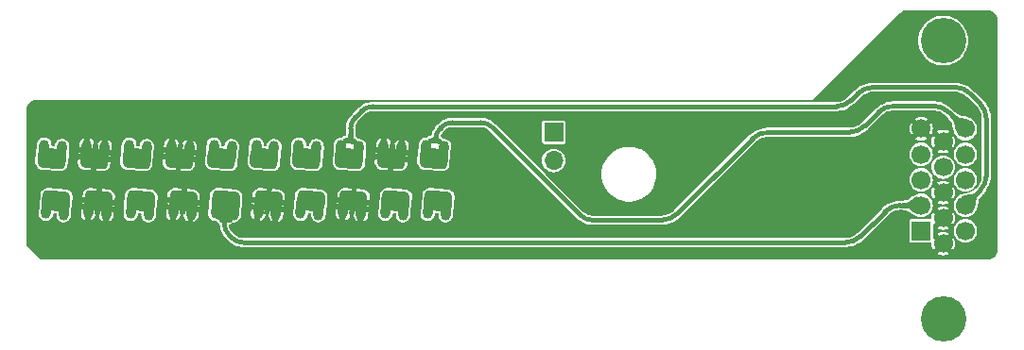
<source format=gbl>
G04 #@! TF.GenerationSoftware,KiCad,Pcbnew,7.0.9*
G04 #@! TF.CreationDate,2023-11-21T14:25:59-05:00*
G04 #@! TF.ProjectId,SCART2VGA,53434152-5432-4564-9741-2e6b69636164,rev?*
G04 #@! TF.SameCoordinates,Original*
G04 #@! TF.FileFunction,Copper,L2,Bot*
G04 #@! TF.FilePolarity,Positive*
%FSLAX46Y46*%
G04 Gerber Fmt 4.6, Leading zero omitted, Abs format (unit mm)*
G04 Created by KiCad (PCBNEW 7.0.9) date 2023-11-21 14:25:59*
%MOMM*%
%LPD*%
G01*
G04 APERTURE LIST*
G04 Aperture macros list*
%AMRoundRect*
0 Rectangle with rounded corners*
0 $1 Rounding radius*
0 $2 $3 $4 $5 $6 $7 $8 $9 X,Y pos of 4 corners*
0 Add a 4 corners polygon primitive as box body*
4,1,4,$2,$3,$4,$5,$6,$7,$8,$9,$2,$3,0*
0 Add four circle primitives for the rounded corners*
1,1,$1+$1,$2,$3*
1,1,$1+$1,$4,$5*
1,1,$1+$1,$6,$7*
1,1,$1+$1,$8,$9*
0 Add four rect primitives between the rounded corners*
20,1,$1+$1,$2,$3,$4,$5,0*
20,1,$1+$1,$4,$5,$6,$7,0*
20,1,$1+$1,$6,$7,$8,$9,0*
20,1,$1+$1,$8,$9,$2,$3,0*%
%AMHorizOval*
0 Thick line with rounded ends*
0 $1 width*
0 $2 $3 position (X,Y) of the first rounded end (center of the circle)*
0 $4 $5 position (X,Y) of the second rounded end (center of the circle)*
0 Add line between two ends*
20,1,$1,$2,$3,$4,$5,0*
0 Add two circle primitives to create the rounded ends*
1,1,$1,$2,$3*
1,1,$1,$4,$5*%
G04 Aperture macros list end*
G04 #@! TA.AperFunction,ComponentPad*
%ADD10HorizOval,0.900000X-0.047936X-0.547907X0.047936X0.547907X0*%
G04 #@! TD*
G04 #@! TA.AperFunction,ComponentPad*
%ADD11RoundRect,0.450000X-0.836176X-0.378563X0.757736X-0.518012X0.836176X0.378563X-0.757736X0.518012X0*%
G04 #@! TD*
G04 #@! TA.AperFunction,ComponentPad*
%ADD12HorizOval,0.900000X0.047936X0.547907X-0.047936X-0.547907X0*%
G04 #@! TD*
G04 #@! TA.AperFunction,ComponentPad*
%ADD13RoundRect,0.450000X0.836176X0.378563X-0.757736X0.518012X-0.836176X-0.378563X0.757736X-0.518012X0*%
G04 #@! TD*
G04 #@! TA.AperFunction,ComponentPad*
%ADD14R,1.700000X1.700000*%
G04 #@! TD*
G04 #@! TA.AperFunction,ComponentPad*
%ADD15C,1.700000*%
G04 #@! TD*
G04 #@! TA.AperFunction,ComponentPad*
%ADD16C,4.066000*%
G04 #@! TD*
G04 #@! TA.AperFunction,ComponentPad*
%ADD17O,1.700000X1.700000*%
G04 #@! TD*
G04 #@! TA.AperFunction,ViaPad*
%ADD18C,0.600000*%
G04 #@! TD*
G04 #@! TA.AperFunction,Conductor*
%ADD19C,0.400000*%
G04 #@! TD*
G04 APERTURE END LIST*
D10*
X139179336Y-108759270D03*
D11*
X140031745Y-108187370D03*
D10*
X140773247Y-108898719D03*
D12*
X138924824Y-103661226D03*
D13*
X139669486Y-104328668D03*
D12*
X140518735Y-103800676D03*
D10*
X135379336Y-108759270D03*
D11*
X136231745Y-108187370D03*
D10*
X136973247Y-108898719D03*
D12*
X135124824Y-103661226D03*
D13*
X135869486Y-104328668D03*
D12*
X136718735Y-103800676D03*
D10*
X131579356Y-108759271D03*
D11*
X132431765Y-108187371D03*
D10*
X133173267Y-108898720D03*
D12*
X131324824Y-103661226D03*
D13*
X132069486Y-104328668D03*
D12*
X132918735Y-103800676D03*
D10*
X127779356Y-108759271D03*
D11*
X128631765Y-108187371D03*
D10*
X129373267Y-108898720D03*
D12*
X127524824Y-103661226D03*
D13*
X128269486Y-104328668D03*
D12*
X129118735Y-103800676D03*
D10*
X123979356Y-108759271D03*
D11*
X124831765Y-108187371D03*
D10*
X125573267Y-108898720D03*
D12*
X123724824Y-103661226D03*
D13*
X124469486Y-104328668D03*
D12*
X125318735Y-103800676D03*
D10*
X120179356Y-108759271D03*
D11*
X121031765Y-108187371D03*
D10*
X121773267Y-108898720D03*
D12*
X119924824Y-103661226D03*
D13*
X120669486Y-104328668D03*
D12*
X121518735Y-103800676D03*
D10*
X116379356Y-108759271D03*
D11*
X117231765Y-108187371D03*
D10*
X117973267Y-108898720D03*
D12*
X116124824Y-103661226D03*
D13*
X116869486Y-104328668D03*
D12*
X117718735Y-103800676D03*
D10*
X112579356Y-108759271D03*
D11*
X113431765Y-108187371D03*
D10*
X114173267Y-108898720D03*
D12*
X112324824Y-103661226D03*
D13*
X113069486Y-104328668D03*
D12*
X113918735Y-103800676D03*
D10*
X108779356Y-108759271D03*
D11*
X109631765Y-108187371D03*
D10*
X110373267Y-108898720D03*
D12*
X108524824Y-103661226D03*
D13*
X109269486Y-104328668D03*
D12*
X110118735Y-103800676D03*
D10*
X104979356Y-108759271D03*
D11*
X105831765Y-108187371D03*
D10*
X106573267Y-108898720D03*
D12*
X104724822Y-103661226D03*
D13*
X105469484Y-104328668D03*
D12*
X106318733Y-103800675D03*
D14*
X183300000Y-110855000D03*
D15*
X183300000Y-108565000D03*
X183300000Y-106275000D03*
X183300000Y-103985000D03*
X183300000Y-101695000D03*
X185280000Y-112000000D03*
X185280000Y-109710000D03*
X185280000Y-107420000D03*
X185280000Y-105130000D03*
X185280000Y-102840000D03*
X187260000Y-110855000D03*
X187260000Y-108565000D03*
X187260000Y-106275000D03*
X187260000Y-103985000D03*
X187260000Y-101695000D03*
D16*
X185280000Y-93780000D03*
X185280000Y-118770000D03*
D14*
X150400000Y-102005000D03*
D17*
X150400000Y-104545000D03*
D18*
X139810000Y-102740000D03*
X181566666Y-97070000D03*
X153350000Y-110670000D03*
X182673334Y-98850000D03*
X189090000Y-110477500D03*
X178280000Y-109440000D03*
X121773332Y-101210000D03*
X167650000Y-113120000D03*
X185940000Y-98850000D03*
X165790000Y-110670000D03*
X125920000Y-101210000D03*
X179406668Y-98850000D03*
X162676666Y-100720000D03*
X188100000Y-97070000D03*
X189090000Y-108565000D03*
X170970000Y-100720000D03*
X178300000Y-97070000D03*
X126933332Y-113120000D03*
X166823332Y-100720000D03*
X189090000Y-112390000D03*
X163503332Y-113120000D03*
X113480000Y-101210000D03*
X131080000Y-113120000D03*
X117626666Y-101210000D03*
X158530000Y-100720000D03*
X122786666Y-113120000D03*
X118640000Y-113120000D03*
X155210000Y-113120000D03*
X184833332Y-97070000D03*
X161643332Y-110670000D03*
X159356666Y-113120000D03*
X157496666Y-110670000D03*
X179880000Y-110960000D03*
X132210000Y-102740000D03*
X120890000Y-109830000D03*
D19*
X161455786Y-109314214D02*
X168174213Y-102595787D01*
X185787569Y-100222569D02*
X187260000Y-101695000D01*
X140249340Y-101620660D02*
X140300660Y-101569340D01*
X169588427Y-102010000D02*
X176851573Y-102010000D01*
X141361320Y-101130000D02*
X143848680Y-101130000D01*
X178265786Y-101424214D02*
X179467430Y-100222570D01*
X180881644Y-99636783D02*
X184373356Y-99636783D01*
X139710000Y-102651320D02*
X139721320Y-102651320D01*
X139810000Y-102740000D02*
X139340000Y-102740000D01*
X153861320Y-109900000D02*
X160041573Y-109900000D01*
X139721320Y-102651320D02*
X139810000Y-102740000D01*
X144909340Y-101569340D02*
X152800660Y-109460660D01*
X140060000Y-102740000D02*
X140500000Y-103180000D01*
X139810000Y-102740000D02*
X139810000Y-102681320D01*
X139810000Y-102740000D02*
X140060000Y-102740000D01*
X139340000Y-102740000D02*
X138900000Y-103180000D01*
X176851573Y-102009980D02*
G75*
G03*
X178265785Y-101424213I27J1999980D01*
G01*
X160041573Y-109900022D02*
G75*
G03*
X161455786Y-109314214I-73J2000122D01*
G01*
X185787595Y-100222543D02*
G75*
G03*
X184373356Y-99636783I-1414195J-1414257D01*
G01*
X169588427Y-102010020D02*
G75*
G03*
X168174214Y-102595788I-27J-1999980D01*
G01*
X144909350Y-101569330D02*
G75*
G03*
X143848680Y-101130000I-1060650J-1060670D01*
G01*
X140249330Y-101620650D02*
G75*
G03*
X139810000Y-102681320I1060670J-1060650D01*
G01*
X180881644Y-99636820D02*
G75*
G03*
X179467431Y-100222571I-44J-1999980D01*
G01*
X141361320Y-101130015D02*
G75*
G03*
X140300660Y-101569340I-20J-1499985D01*
G01*
X152800650Y-109460670D02*
G75*
G03*
X153861320Y-109900000I1060650J1060670D01*
G01*
X187706928Y-98546928D02*
X188554214Y-99394214D01*
X132649340Y-100640660D02*
X133150660Y-100139340D01*
X132210000Y-102740000D02*
X132210000Y-101701320D01*
X188554213Y-107270787D02*
X187260000Y-108565000D01*
X177055787Y-99114213D02*
X177623073Y-98546927D01*
X131710000Y-102740000D02*
X131300000Y-103150000D01*
X132210000Y-102740000D02*
X132450000Y-102740000D01*
X132210000Y-102740000D02*
X131710000Y-102740000D01*
X179037286Y-97961141D02*
X186292714Y-97961141D01*
X189140000Y-100808427D02*
X189140000Y-105856573D01*
X134211320Y-99700000D02*
X175641573Y-99700000D01*
X132450000Y-102740000D02*
X132900000Y-103190000D01*
X189139980Y-100808427D02*
G75*
G03*
X188554213Y-99394215I-1999980J27D01*
G01*
X132649330Y-100640650D02*
G75*
G03*
X132210000Y-101701320I1060670J-1060650D01*
G01*
X187706913Y-98546943D02*
G75*
G03*
X186292714Y-97961141I-1414213J-1414157D01*
G01*
X188554227Y-107270801D02*
G75*
G03*
X189140000Y-105856573I-1414227J1414201D01*
G01*
X175641573Y-99699980D02*
G75*
G03*
X177055786Y-99114212I27J1999980D01*
G01*
X134211320Y-99700015D02*
G75*
G03*
X133150660Y-100139340I-20J-1499985D01*
G01*
X179037286Y-97961120D02*
G75*
G03*
X177623074Y-98546928I14J-1999980D01*
G01*
X120890000Y-109830000D02*
X120890000Y-110178680D01*
X120200000Y-108758680D02*
X120200000Y-108580000D01*
X121329340Y-111239340D02*
X121560660Y-111470660D01*
X121800000Y-108758680D02*
X121800000Y-108580000D01*
X121350000Y-109830000D02*
X121360660Y-109819340D01*
X177865786Y-111324214D02*
X180039213Y-109150787D01*
X120890000Y-109830000D02*
X120650000Y-109830000D01*
X122621320Y-111910000D02*
X176451573Y-111910000D01*
X181453427Y-108565000D02*
X183300000Y-108565000D01*
X120650000Y-109830000D02*
X120639340Y-109819340D01*
X120890000Y-109830000D02*
X121350000Y-109830000D01*
X176451573Y-111909980D02*
G75*
G03*
X177865785Y-111324213I27J1999980D01*
G01*
X120200015Y-108758680D02*
G75*
G03*
X120639340Y-109819340I1499985J-20D01*
G01*
X120890015Y-110178680D02*
G75*
G03*
X121329340Y-111239340I1499985J-20D01*
G01*
X121560650Y-111470670D02*
G75*
G03*
X122621320Y-111910000I1060650J1060670D01*
G01*
X181453427Y-108565020D02*
G75*
G03*
X180039214Y-109150788I-27J-1999980D01*
G01*
X121360670Y-109819350D02*
G75*
G03*
X121800000Y-108758680I-1060670J1060650D01*
G01*
G04 #@! TA.AperFunction,Conductor*
G36*
X189283879Y-91075657D02*
G01*
X189288526Y-91075656D01*
X189288530Y-91075658D01*
X189327204Y-91075654D01*
X189329605Y-91075772D01*
X189398558Y-91082555D01*
X189479601Y-91090529D01*
X189489009Y-91092400D01*
X189629761Y-91135085D01*
X189638637Y-91138760D01*
X189768359Y-91208088D01*
X189776347Y-91213425D01*
X189890047Y-91306729D01*
X189896840Y-91313522D01*
X189990151Y-91427217D01*
X189995488Y-91435205D01*
X190064820Y-91564918D01*
X190068496Y-91573793D01*
X190111188Y-91714542D01*
X190113062Y-91723964D01*
X190127771Y-91873372D01*
X190127889Y-91875774D01*
X190127888Y-91920719D01*
X190127890Y-91920736D01*
X190127890Y-112623934D01*
X190127772Y-112626338D01*
X190112994Y-112776310D01*
X190111119Y-112785731D01*
X190068422Y-112926463D01*
X190064746Y-112935337D01*
X189995412Y-113065040D01*
X189990075Y-113073027D01*
X189896768Y-113186714D01*
X189889976Y-113193505D01*
X189776289Y-113286800D01*
X189768302Y-113292137D01*
X189638590Y-113361465D01*
X189629716Y-113365140D01*
X189488981Y-113407829D01*
X189479560Y-113409703D01*
X189328968Y-113424534D01*
X189326566Y-113424652D01*
X189288510Y-113424652D01*
X104453379Y-113424654D01*
X104418731Y-113410302D01*
X103214886Y-112206457D01*
X103200534Y-112171809D01*
X103200534Y-109291252D01*
X104279829Y-109291252D01*
X104284553Y-109414264D01*
X104322106Y-109540232D01*
X104331508Y-109571770D01*
X104416157Y-109712649D01*
X104416158Y-109712650D01*
X104416159Y-109712651D01*
X104533181Y-109828051D01*
X104675221Y-109910721D01*
X104675225Y-109910722D01*
X104675229Y-109910725D01*
X104833374Y-109955476D01*
X104943006Y-109958155D01*
X104997678Y-109959491D01*
X104997679Y-109959491D01*
X105157818Y-109922521D01*
X105157818Y-109922520D01*
X105157822Y-109922520D01*
X105303738Y-109846884D01*
X105426260Y-109737336D01*
X105517690Y-109600760D01*
X105572282Y-109445738D01*
X105583323Y-109319524D01*
X105600640Y-109286260D01*
X105636405Y-109274982D01*
X105836643Y-109292500D01*
X105869908Y-109309817D01*
X105881186Y-109345584D01*
X105877371Y-109389192D01*
X105873740Y-109430701D01*
X105873846Y-109433460D01*
X105878464Y-109553713D01*
X105919909Y-109692736D01*
X105925419Y-109711219D01*
X106010068Y-109852098D01*
X106010069Y-109852099D01*
X106010070Y-109852100D01*
X106127092Y-109967500D01*
X106269132Y-110050170D01*
X106269136Y-110050171D01*
X106269140Y-110050174D01*
X106427285Y-110094925D01*
X106550513Y-110097936D01*
X106591589Y-110098940D01*
X106591590Y-110098940D01*
X106751729Y-110061970D01*
X106751729Y-110061969D01*
X106751733Y-110061969D01*
X106897649Y-109986333D01*
X107020171Y-109876785D01*
X107111601Y-109740209D01*
X107166193Y-109585187D01*
X107191908Y-109291265D01*
X108080329Y-109291265D01*
X108085050Y-109414179D01*
X108131970Y-109571567D01*
X108216555Y-109712340D01*
X108333489Y-109827651D01*
X108333492Y-109827653D01*
X108430014Y-109883831D01*
X108467893Y-109450866D01*
X108488815Y-109492348D01*
X108572088Y-109567483D01*
X108676881Y-109607462D01*
X108789039Y-109606886D01*
X108893415Y-109565833D01*
X108965559Y-109499385D01*
X108927982Y-109928894D01*
X108927982Y-109928895D01*
X108957642Y-109922048D01*
X108957648Y-109922046D01*
X109103452Y-109846468D01*
X109103454Y-109846467D01*
X109225876Y-109737007D01*
X109225879Y-109737004D01*
X109317238Y-109600535D01*
X109317239Y-109600532D01*
X109371789Y-109445631D01*
X109376186Y-109395383D01*
X109328598Y-109395383D01*
X109293950Y-109381031D01*
X109279598Y-109346383D01*
X109279784Y-109342112D01*
X109317349Y-108912727D01*
X109815446Y-108956306D01*
X109780946Y-109350654D01*
X109763629Y-109383919D01*
X109732132Y-109395383D01*
X109677331Y-109395383D01*
X109674240Y-109430714D01*
X109678961Y-109553628D01*
X109725881Y-109711016D01*
X109810466Y-109851789D01*
X109927400Y-109967100D01*
X109927403Y-109967102D01*
X110023925Y-110023280D01*
X110061804Y-109590317D01*
X110082726Y-109631797D01*
X110165999Y-109706932D01*
X110270792Y-109746911D01*
X110382950Y-109746335D01*
X110487326Y-109705282D01*
X110559469Y-109638834D01*
X110521893Y-110068343D01*
X110521893Y-110068344D01*
X110551553Y-110061497D01*
X110551559Y-110061495D01*
X110697363Y-109985917D01*
X110697365Y-109985916D01*
X110819787Y-109876456D01*
X110819790Y-109876453D01*
X110911149Y-109739984D01*
X110911150Y-109739981D01*
X110965700Y-109585080D01*
X110991406Y-109291252D01*
X111879829Y-109291252D01*
X111884553Y-109414264D01*
X111922106Y-109540232D01*
X111931508Y-109571770D01*
X112016157Y-109712649D01*
X112016158Y-109712650D01*
X112016159Y-109712651D01*
X112133181Y-109828051D01*
X112275221Y-109910721D01*
X112275225Y-109910722D01*
X112275229Y-109910725D01*
X112433374Y-109955476D01*
X112543006Y-109958155D01*
X112597678Y-109959491D01*
X112597679Y-109959491D01*
X112757818Y-109922521D01*
X112757818Y-109922520D01*
X112757822Y-109922520D01*
X112903738Y-109846884D01*
X113026260Y-109737336D01*
X113117690Y-109600760D01*
X113172282Y-109445738D01*
X113183323Y-109319524D01*
X113200640Y-109286260D01*
X113236405Y-109274982D01*
X113436643Y-109292500D01*
X113469908Y-109309817D01*
X113481186Y-109345584D01*
X113477371Y-109389192D01*
X113473740Y-109430701D01*
X113473846Y-109433460D01*
X113478464Y-109553713D01*
X113519909Y-109692736D01*
X113525419Y-109711219D01*
X113610068Y-109852098D01*
X113610069Y-109852099D01*
X113610070Y-109852100D01*
X113727092Y-109967500D01*
X113869132Y-110050170D01*
X113869136Y-110050171D01*
X113869140Y-110050174D01*
X114027285Y-110094925D01*
X114150513Y-110097936D01*
X114191589Y-110098940D01*
X114191590Y-110098940D01*
X114351729Y-110061970D01*
X114351729Y-110061969D01*
X114351733Y-110061969D01*
X114497649Y-109986333D01*
X114620171Y-109876785D01*
X114711601Y-109740209D01*
X114766193Y-109585187D01*
X114791908Y-109291265D01*
X115680329Y-109291265D01*
X115685050Y-109414179D01*
X115731970Y-109571567D01*
X115816555Y-109712340D01*
X115933489Y-109827651D01*
X115933492Y-109827653D01*
X116030014Y-109883831D01*
X116067893Y-109450866D01*
X116088815Y-109492348D01*
X116172088Y-109567483D01*
X116276881Y-109607462D01*
X116389039Y-109606886D01*
X116493415Y-109565833D01*
X116565559Y-109499385D01*
X116527982Y-109928894D01*
X116527982Y-109928895D01*
X116557642Y-109922048D01*
X116557648Y-109922046D01*
X116703452Y-109846468D01*
X116703454Y-109846467D01*
X116825876Y-109737007D01*
X116825879Y-109737004D01*
X116917238Y-109600535D01*
X116917239Y-109600532D01*
X116971789Y-109445631D01*
X116976186Y-109395383D01*
X116928598Y-109395383D01*
X116893950Y-109381031D01*
X116879598Y-109346383D01*
X116879784Y-109342112D01*
X116917349Y-108912727D01*
X117415446Y-108956306D01*
X117380946Y-109350654D01*
X117363629Y-109383919D01*
X117332132Y-109395383D01*
X117277331Y-109395383D01*
X117274240Y-109430714D01*
X117278961Y-109553628D01*
X117325881Y-109711016D01*
X117410466Y-109851789D01*
X117527400Y-109967100D01*
X117527403Y-109967102D01*
X117623925Y-110023280D01*
X117661804Y-109590317D01*
X117682726Y-109631797D01*
X117765999Y-109706932D01*
X117870792Y-109746911D01*
X117982950Y-109746335D01*
X118087326Y-109705282D01*
X118159469Y-109638834D01*
X118121893Y-110068343D01*
X118121893Y-110068344D01*
X118151553Y-110061497D01*
X118151559Y-110061495D01*
X118297363Y-109985917D01*
X118297365Y-109985916D01*
X118419787Y-109876456D01*
X118419790Y-109876453D01*
X118511149Y-109739984D01*
X118511150Y-109739981D01*
X118565700Y-109585080D01*
X118591406Y-109291252D01*
X119479829Y-109291252D01*
X119484553Y-109414264D01*
X119522106Y-109540232D01*
X119531508Y-109571770D01*
X119616157Y-109712649D01*
X119616158Y-109712650D01*
X119616159Y-109712651D01*
X119733181Y-109828051D01*
X119875221Y-109910721D01*
X119875225Y-109910722D01*
X119875229Y-109910725D01*
X120033374Y-109955476D01*
X120094642Y-109956972D01*
X120104205Y-109958154D01*
X120136251Y-109965373D01*
X120143579Y-109967641D01*
X120167888Y-109977316D01*
X120186910Y-109984887D01*
X120189997Y-109986373D01*
X120240842Y-110015388D01*
X120243317Y-110017006D01*
X120299603Y-110058848D01*
X120301537Y-110060446D01*
X120361500Y-110115378D01*
X120361502Y-110115379D01*
X120361505Y-110115382D01*
X120376502Y-110124706D01*
X120385278Y-110131671D01*
X120399648Y-110146041D01*
X120399654Y-110146046D01*
X120411658Y-110158050D01*
X120436659Y-110170788D01*
X120443207Y-110174801D01*
X120458683Y-110186045D01*
X120478279Y-110218021D01*
X120478463Y-110219290D01*
X120480113Y-110231827D01*
X120487894Y-110316552D01*
X120502431Y-110427634D01*
X120502669Y-110429278D01*
X120502670Y-110429283D01*
X120506273Y-110439262D01*
X120508766Y-110449506D01*
X120522029Y-110550244D01*
X120522031Y-110550253D01*
X120558073Y-110684768D01*
X120586505Y-110790881D01*
X120586507Y-110790885D01*
X120586508Y-110790889D01*
X120681841Y-111021051D01*
X120806400Y-111236798D01*
X120806402Y-111236801D01*
X120806403Y-111236802D01*
X120958061Y-111434452D01*
X120958063Y-111434454D01*
X120958067Y-111434459D01*
X120958069Y-111434461D01*
X120990831Y-111467222D01*
X121023361Y-111499753D01*
X121023380Y-111499773D01*
X121263104Y-111739497D01*
X121263118Y-111739532D01*
X121365531Y-111841944D01*
X121365533Y-111841946D01*
X121365537Y-111841949D01*
X121365538Y-111841950D01*
X121563190Y-111993610D01*
X121563193Y-111993611D01*
X121563196Y-111993614D01*
X121698777Y-112071889D01*
X121778946Y-112118173D01*
X122009115Y-112213509D01*
X122009120Y-112213510D01*
X122009122Y-112213511D01*
X122249750Y-112277985D01*
X122249751Y-112277985D01*
X122249758Y-112277987D01*
X122496759Y-112310502D01*
X122621325Y-112310500D01*
X176451568Y-112310500D01*
X176483092Y-112310500D01*
X176483822Y-112310500D01*
X176484318Y-112310480D01*
X176586376Y-112310481D01*
X176854299Y-112280297D01*
X177117157Y-112220305D01*
X177371645Y-112131259D01*
X177614563Y-112014279D01*
X177842856Y-111870837D01*
X178026050Y-111724748D01*
X182249500Y-111724748D01*
X182261133Y-111783231D01*
X182268437Y-111794162D01*
X182305447Y-111849552D01*
X182332012Y-111867301D01*
X182371769Y-111893867D01*
X182430252Y-111905500D01*
X182430255Y-111905500D01*
X184169741Y-111905500D01*
X184169748Y-111905500D01*
X184170704Y-111905309D01*
X184171026Y-111905373D01*
X184172142Y-111905264D01*
X184172175Y-111905602D01*
X184207485Y-111912615D01*
X184228330Y-111943791D01*
X184229038Y-111958167D01*
X184224919Y-111999998D01*
X184224919Y-112000000D01*
X184245192Y-112205836D01*
X184245192Y-112205837D01*
X184305231Y-112403758D01*
X184305236Y-112403770D01*
X184380975Y-112545469D01*
X184380976Y-112545470D01*
X184796922Y-112129523D01*
X184820507Y-112209844D01*
X184898239Y-112330798D01*
X185006900Y-112424952D01*
X185137685Y-112484680D01*
X185147465Y-112486086D01*
X184734528Y-112899022D01*
X184734529Y-112899023D01*
X184876229Y-112974763D01*
X184876241Y-112974768D01*
X185074163Y-113034807D01*
X185280000Y-113055081D01*
X185485836Y-113034807D01*
X185485837Y-113034807D01*
X185683759Y-112974768D01*
X185683766Y-112974765D01*
X185825469Y-112899022D01*
X185825470Y-112899022D01*
X185412533Y-112486086D01*
X185422315Y-112484680D01*
X185553100Y-112424952D01*
X185661761Y-112330798D01*
X185739493Y-112209844D01*
X185763076Y-112129524D01*
X186179022Y-112545470D01*
X186179022Y-112545469D01*
X186254765Y-112403766D01*
X186254768Y-112403759D01*
X186314807Y-112205837D01*
X186314807Y-112205836D01*
X186335081Y-112000000D01*
X186335081Y-111999999D01*
X186314807Y-111794163D01*
X186314807Y-111794162D01*
X186254768Y-111596241D01*
X186254763Y-111596229D01*
X186179023Y-111454529D01*
X186179022Y-111454528D01*
X185763076Y-111870474D01*
X185739493Y-111790156D01*
X185661761Y-111669202D01*
X185553100Y-111575048D01*
X185422315Y-111515320D01*
X185412533Y-111513913D01*
X185825470Y-111100976D01*
X185825469Y-111100975D01*
X185683770Y-111025236D01*
X185683758Y-111025231D01*
X185485836Y-110965192D01*
X185280000Y-110944919D01*
X185074163Y-110965192D01*
X185074162Y-110965192D01*
X184876241Y-111025231D01*
X184876229Y-111025236D01*
X184734529Y-111100974D01*
X184734528Y-111100976D01*
X185147466Y-111513913D01*
X185137685Y-111515320D01*
X185006900Y-111575048D01*
X184898239Y-111669202D01*
X184820507Y-111790156D01*
X184796923Y-111870475D01*
X184364852Y-111438404D01*
X184350500Y-111403756D01*
X184350500Y-110855000D01*
X186204417Y-110855000D01*
X186224700Y-111060934D01*
X186284768Y-111258954D01*
X186382315Y-111441450D01*
X186513590Y-111601410D01*
X186673550Y-111732685D01*
X186856046Y-111830232D01*
X187054066Y-111890300D01*
X187260000Y-111910583D01*
X187465934Y-111890300D01*
X187663954Y-111830232D01*
X187846450Y-111732685D01*
X188006410Y-111601410D01*
X188137685Y-111441450D01*
X188235232Y-111258954D01*
X188295300Y-111060934D01*
X188315583Y-110855000D01*
X188295300Y-110649066D01*
X188235232Y-110451046D01*
X188137685Y-110268550D01*
X188006410Y-110108590D01*
X187846450Y-109977315D01*
X187663954Y-109879768D01*
X187465934Y-109819700D01*
X187260000Y-109799417D01*
X187054065Y-109819700D01*
X187054064Y-109819700D01*
X186881616Y-109872011D01*
X186865877Y-109876786D01*
X186856043Y-109879769D01*
X186673548Y-109977316D01*
X186513590Y-110108590D01*
X186382316Y-110268548D01*
X186284769Y-110451043D01*
X186224700Y-110649064D01*
X186224700Y-110649065D01*
X186207377Y-110824952D01*
X186204417Y-110855000D01*
X184350500Y-110855000D01*
X184350500Y-110306243D01*
X184364852Y-110271595D01*
X184796923Y-109839523D01*
X184820507Y-109919844D01*
X184898239Y-110040798D01*
X185006900Y-110134952D01*
X185137685Y-110194680D01*
X185147465Y-110196086D01*
X184734528Y-110609022D01*
X184734529Y-110609023D01*
X184876229Y-110684763D01*
X184876241Y-110684768D01*
X185074163Y-110744807D01*
X185280000Y-110765081D01*
X185485836Y-110744807D01*
X185485837Y-110744807D01*
X185683759Y-110684768D01*
X185683766Y-110684765D01*
X185825469Y-110609022D01*
X185825470Y-110609022D01*
X185412533Y-110196086D01*
X185422315Y-110194680D01*
X185553100Y-110134952D01*
X185661761Y-110040798D01*
X185739493Y-109919844D01*
X185763076Y-109839524D01*
X186179022Y-110255470D01*
X186179022Y-110255469D01*
X186254765Y-110113766D01*
X186254768Y-110113759D01*
X186314807Y-109915837D01*
X186314807Y-109915836D01*
X186335081Y-109710000D01*
X186335081Y-109709999D01*
X186314807Y-109504163D01*
X186314807Y-109504162D01*
X186254768Y-109306241D01*
X186254763Y-109306229D01*
X186179023Y-109164529D01*
X186179022Y-109164528D01*
X185763076Y-109580474D01*
X185739493Y-109500156D01*
X185661761Y-109379202D01*
X185553100Y-109285048D01*
X185422315Y-109225320D01*
X185412533Y-109223913D01*
X185825470Y-108810976D01*
X185825469Y-108810975D01*
X185683770Y-108735236D01*
X185683758Y-108735231D01*
X185485836Y-108675192D01*
X185280000Y-108654919D01*
X185074163Y-108675192D01*
X185074162Y-108675192D01*
X184876241Y-108735231D01*
X184876229Y-108735236D01*
X184734529Y-108810974D01*
X184734528Y-108810976D01*
X185147466Y-109223913D01*
X185137685Y-109225320D01*
X185006900Y-109285048D01*
X184898239Y-109379202D01*
X184820507Y-109500156D01*
X184796923Y-109580475D01*
X184380976Y-109164528D01*
X184380974Y-109164529D01*
X184305236Y-109306229D01*
X184305231Y-109306241D01*
X184245192Y-109504162D01*
X184245192Y-109504163D01*
X184224919Y-109709999D01*
X184224919Y-109710001D01*
X184229038Y-109751832D01*
X184218151Y-109787720D01*
X184185076Y-109805398D01*
X184170714Y-109804692D01*
X184169751Y-109804500D01*
X184169748Y-109804500D01*
X182430252Y-109804500D01*
X182371769Y-109816133D01*
X182305447Y-109860447D01*
X182263973Y-109922518D01*
X182261133Y-109926769D01*
X182249500Y-109985252D01*
X182249500Y-111724748D01*
X178026050Y-111724748D01*
X178053654Y-111702735D01*
X178124556Y-111631832D01*
X178124591Y-111631802D01*
X179206154Y-110550239D01*
X180321850Y-109434542D01*
X180322994Y-109433471D01*
X180478504Y-109297096D01*
X180481047Y-109295145D01*
X180485008Y-109292499D01*
X180652337Y-109180694D01*
X180655115Y-109179091D01*
X180684646Y-109164528D01*
X180839886Y-109087973D01*
X180842833Y-109086752D01*
X181037923Y-109020531D01*
X181041007Y-109019704D01*
X181243085Y-108979511D01*
X181246244Y-108979096D01*
X181452940Y-108965551D01*
X181454529Y-108965500D01*
X181511005Y-108965500D01*
X181567449Y-108965500D01*
X181581366Y-108967518D01*
X181584676Y-108968498D01*
X181591817Y-108970614D01*
X181591821Y-108970614D01*
X181591824Y-108970615D01*
X181753823Y-108985507D01*
X181911342Y-108999987D01*
X181923836Y-109002818D01*
X182109080Y-109071269D01*
X182119094Y-109076342D01*
X182292871Y-109191133D01*
X182524362Y-109350606D01*
X182530157Y-109354319D01*
X182536733Y-109358227D01*
X182542735Y-109361529D01*
X182873876Y-109529569D01*
X182878152Y-109531543D01*
X182878153Y-109531543D01*
X182878155Y-109531544D01*
X182878702Y-109531728D01*
X182886175Y-109534956D01*
X182896041Y-109540230D01*
X182896043Y-109540230D01*
X182896046Y-109540232D01*
X183094066Y-109600300D01*
X183300000Y-109620583D01*
X183505934Y-109600300D01*
X183703954Y-109540232D01*
X183886450Y-109442685D01*
X184046410Y-109311410D01*
X184177685Y-109151450D01*
X184275232Y-108968954D01*
X184335300Y-108770934D01*
X184355583Y-108565000D01*
X184335300Y-108359066D01*
X184275232Y-108161046D01*
X184177685Y-107978550D01*
X184046410Y-107818590D01*
X183886450Y-107687315D01*
X183713505Y-107594873D01*
X183703956Y-107589769D01*
X183703955Y-107589768D01*
X183703954Y-107589768D01*
X183505934Y-107529700D01*
X183300000Y-107509417D01*
X183094065Y-107529700D01*
X183094064Y-107529700D01*
X182896049Y-107589767D01*
X182896036Y-107589772D01*
X182880225Y-107598223D01*
X182872695Y-107601250D01*
X182872709Y-107601286D01*
X182870470Y-107602157D01*
X182742644Y-107667024D01*
X182542736Y-107768469D01*
X182537851Y-107771155D01*
X182536769Y-107771750D01*
X182530222Y-107775637D01*
X182524391Y-107779371D01*
X182292871Y-107938865D01*
X182119096Y-108053654D01*
X182109073Y-108058731D01*
X181923841Y-108127177D01*
X181911343Y-108130009D01*
X181591816Y-108159385D01*
X181591815Y-108159385D01*
X181579284Y-108162788D01*
X181566444Y-108164500D01*
X181421236Y-108164500D01*
X181420734Y-108164519D01*
X181318623Y-108164519D01*
X181050698Y-108194703D01*
X180787843Y-108254695D01*
X180787826Y-108254700D01*
X180533365Y-108343736D01*
X180533357Y-108343739D01*
X180533354Y-108343741D01*
X180290436Y-108460721D01*
X180290432Y-108460723D01*
X180062141Y-108604164D01*
X180062138Y-108604167D01*
X179851342Y-108772268D01*
X179778873Y-108844734D01*
X179778856Y-108844750D01*
X177583162Y-111040443D01*
X177581991Y-111041540D01*
X177426497Y-111177902D01*
X177423951Y-111179855D01*
X177252662Y-111294304D01*
X177249883Y-111295908D01*
X177065119Y-111387022D01*
X177062155Y-111388250D01*
X176867080Y-111454466D01*
X176863981Y-111455297D01*
X176661926Y-111495486D01*
X176658745Y-111495904D01*
X176555416Y-111502675D01*
X176452059Y-111509448D01*
X176450471Y-111509500D01*
X122622278Y-111509500D01*
X122620355Y-111509424D01*
X122453156Y-111496267D01*
X122445562Y-111495064D01*
X122285298Y-111456591D01*
X122277985Y-111454215D01*
X122125714Y-111391144D01*
X122118863Y-111387654D01*
X121978326Y-111301535D01*
X121972105Y-111297015D01*
X121844714Y-111188214D01*
X121843313Y-111186920D01*
X121613210Y-110956817D01*
X121611917Y-110955417D01*
X121502996Y-110827885D01*
X121498476Y-110821664D01*
X121412356Y-110681125D01*
X121408871Y-110674283D01*
X121345797Y-110522004D01*
X121343423Y-110514696D01*
X121322917Y-110429281D01*
X121306210Y-110359689D01*
X121305365Y-110341214D01*
X121307323Y-110327726D01*
X121306750Y-110316784D01*
X121319270Y-110281434D01*
X121347779Y-110265865D01*
X121352185Y-110265144D01*
X121358138Y-110264171D01*
X121358138Y-110264172D01*
X121361880Y-110263303D01*
X121371332Y-110261111D01*
X121460436Y-110234155D01*
X121480889Y-110225889D01*
X121494769Y-110220282D01*
X121494773Y-110220279D01*
X121494785Y-110220275D01*
X121498521Y-110218357D01*
X121529800Y-110198549D01*
X121567560Y-110169560D01*
X121575153Y-110164769D01*
X121588342Y-110158050D01*
X121596606Y-110149784D01*
X121606416Y-110142195D01*
X121649371Y-110116940D01*
X121652036Y-110115588D01*
X121686079Y-110100872D01*
X121706712Y-110096865D01*
X121789103Y-110098879D01*
X121791589Y-110098940D01*
X121791590Y-110098940D01*
X121951729Y-110061970D01*
X121951729Y-110061969D01*
X121951733Y-110061969D01*
X122097649Y-109986333D01*
X122220171Y-109876785D01*
X122311601Y-109740209D01*
X122366193Y-109585187D01*
X122391908Y-109291265D01*
X123280329Y-109291265D01*
X123285050Y-109414179D01*
X123331970Y-109571567D01*
X123416555Y-109712340D01*
X123533489Y-109827651D01*
X123533492Y-109827653D01*
X123630014Y-109883831D01*
X123667893Y-109450866D01*
X123688815Y-109492348D01*
X123772088Y-109567483D01*
X123876881Y-109607462D01*
X123989039Y-109606886D01*
X124093415Y-109565833D01*
X124165559Y-109499385D01*
X124127982Y-109928894D01*
X124127982Y-109928895D01*
X124157642Y-109922048D01*
X124157648Y-109922046D01*
X124303452Y-109846468D01*
X124303454Y-109846467D01*
X124425876Y-109737007D01*
X124425879Y-109737004D01*
X124517238Y-109600535D01*
X124517239Y-109600532D01*
X124571789Y-109445631D01*
X124576186Y-109395383D01*
X124528598Y-109395383D01*
X124493950Y-109381031D01*
X124479598Y-109346383D01*
X124479784Y-109342112D01*
X124517349Y-108912727D01*
X125015446Y-108956306D01*
X124980946Y-109350654D01*
X124963629Y-109383919D01*
X124932132Y-109395383D01*
X124877331Y-109395383D01*
X124874240Y-109430714D01*
X124878961Y-109553628D01*
X124925881Y-109711016D01*
X125010466Y-109851789D01*
X125127400Y-109967100D01*
X125127403Y-109967102D01*
X125223925Y-110023280D01*
X125261804Y-109590317D01*
X125282726Y-109631797D01*
X125365999Y-109706932D01*
X125470792Y-109746911D01*
X125582950Y-109746335D01*
X125687326Y-109705282D01*
X125759469Y-109638834D01*
X125721893Y-110068343D01*
X125721893Y-110068344D01*
X125751553Y-110061497D01*
X125751559Y-110061495D01*
X125897363Y-109985917D01*
X125897365Y-109985916D01*
X126019787Y-109876456D01*
X126019790Y-109876453D01*
X126111149Y-109739984D01*
X126111150Y-109739981D01*
X126165700Y-109585080D01*
X126191406Y-109291252D01*
X127079829Y-109291252D01*
X127084553Y-109414264D01*
X127122106Y-109540232D01*
X127131508Y-109571770D01*
X127216157Y-109712649D01*
X127216158Y-109712650D01*
X127216159Y-109712651D01*
X127333181Y-109828051D01*
X127475221Y-109910721D01*
X127475225Y-109910722D01*
X127475229Y-109910725D01*
X127633374Y-109955476D01*
X127743006Y-109958155D01*
X127797678Y-109959491D01*
X127797679Y-109959491D01*
X127957818Y-109922521D01*
X127957818Y-109922520D01*
X127957822Y-109922520D01*
X128103738Y-109846884D01*
X128226260Y-109737336D01*
X128317690Y-109600760D01*
X128372282Y-109445738D01*
X128383323Y-109319524D01*
X128400640Y-109286260D01*
X128436405Y-109274982D01*
X128636643Y-109292500D01*
X128669908Y-109309817D01*
X128681186Y-109345584D01*
X128677371Y-109389192D01*
X128673740Y-109430701D01*
X128673846Y-109433460D01*
X128678464Y-109553713D01*
X128719909Y-109692736D01*
X128725419Y-109711219D01*
X128810068Y-109852098D01*
X128810069Y-109852099D01*
X128810070Y-109852100D01*
X128927092Y-109967500D01*
X129069132Y-110050170D01*
X129069136Y-110050171D01*
X129069140Y-110050174D01*
X129227285Y-110094925D01*
X129350513Y-110097936D01*
X129391589Y-110098940D01*
X129391590Y-110098940D01*
X129551729Y-110061970D01*
X129551729Y-110061969D01*
X129551733Y-110061969D01*
X129697649Y-109986333D01*
X129820171Y-109876785D01*
X129911601Y-109740209D01*
X129966193Y-109585187D01*
X129991908Y-109291265D01*
X130880329Y-109291265D01*
X130885050Y-109414179D01*
X130931970Y-109571567D01*
X131016555Y-109712340D01*
X131133489Y-109827651D01*
X131133492Y-109827653D01*
X131230014Y-109883831D01*
X131267893Y-109450866D01*
X131288815Y-109492348D01*
X131372088Y-109567483D01*
X131476881Y-109607462D01*
X131589039Y-109606886D01*
X131693415Y-109565833D01*
X131765559Y-109499385D01*
X131727982Y-109928894D01*
X131727982Y-109928895D01*
X131757642Y-109922048D01*
X131757648Y-109922046D01*
X131903452Y-109846468D01*
X131903454Y-109846467D01*
X132025876Y-109737007D01*
X132025879Y-109737004D01*
X132117238Y-109600535D01*
X132117239Y-109600532D01*
X132171789Y-109445631D01*
X132176186Y-109395383D01*
X132128598Y-109395383D01*
X132093950Y-109381031D01*
X132079598Y-109346383D01*
X132079784Y-109342112D01*
X132117349Y-108912727D01*
X132615446Y-108956306D01*
X132580946Y-109350654D01*
X132563629Y-109383919D01*
X132532132Y-109395383D01*
X132477331Y-109395383D01*
X132474240Y-109430714D01*
X132478961Y-109553628D01*
X132525881Y-109711016D01*
X132610466Y-109851789D01*
X132727400Y-109967100D01*
X132727403Y-109967102D01*
X132823925Y-110023280D01*
X132861804Y-109590317D01*
X132882726Y-109631797D01*
X132965999Y-109706932D01*
X133070792Y-109746911D01*
X133182950Y-109746335D01*
X133287326Y-109705282D01*
X133359469Y-109638834D01*
X133321893Y-110068343D01*
X133321893Y-110068344D01*
X133351553Y-110061497D01*
X133351559Y-110061495D01*
X133497363Y-109985917D01*
X133497365Y-109985916D01*
X133619787Y-109876456D01*
X133619790Y-109876453D01*
X133711149Y-109739984D01*
X133711150Y-109739981D01*
X133765700Y-109585080D01*
X133791406Y-109291251D01*
X134679809Y-109291251D01*
X134684533Y-109414263D01*
X134722086Y-109540230D01*
X134731488Y-109571769D01*
X134816137Y-109712648D01*
X134816138Y-109712649D01*
X134816139Y-109712650D01*
X134933161Y-109828050D01*
X135075201Y-109910720D01*
X135075205Y-109910721D01*
X135075209Y-109910724D01*
X135233354Y-109955475D01*
X135343027Y-109958155D01*
X135397658Y-109959490D01*
X135397659Y-109959490D01*
X135557798Y-109922520D01*
X135557798Y-109922519D01*
X135557802Y-109922519D01*
X135703718Y-109846883D01*
X135826240Y-109737335D01*
X135917670Y-109600759D01*
X135972262Y-109445737D01*
X135983303Y-109319523D01*
X136000620Y-109286259D01*
X136036385Y-109274981D01*
X136236623Y-109292499D01*
X136269888Y-109309816D01*
X136281166Y-109345583D01*
X136273720Y-109430699D01*
X136278444Y-109553712D01*
X136303605Y-109638111D01*
X136325399Y-109711218D01*
X136410048Y-109852097D01*
X136410049Y-109852098D01*
X136410050Y-109852099D01*
X136527072Y-109967499D01*
X136669112Y-110050169D01*
X136669116Y-110050170D01*
X136669120Y-110050173D01*
X136827265Y-110094924D01*
X136950493Y-110097935D01*
X136991569Y-110098939D01*
X136991570Y-110098939D01*
X137151709Y-110061969D01*
X137151709Y-110061968D01*
X137151713Y-110061968D01*
X137297629Y-109986332D01*
X137420151Y-109876784D01*
X137511581Y-109740208D01*
X137566173Y-109585186D01*
X137591889Y-109291251D01*
X138479809Y-109291251D01*
X138484533Y-109414263D01*
X138522086Y-109540230D01*
X138531488Y-109571769D01*
X138616137Y-109712648D01*
X138616138Y-109712649D01*
X138616139Y-109712650D01*
X138733161Y-109828050D01*
X138875201Y-109910720D01*
X138875205Y-109910721D01*
X138875209Y-109910724D01*
X139033354Y-109955475D01*
X139143027Y-109958155D01*
X139197658Y-109959490D01*
X139197659Y-109959490D01*
X139357798Y-109922520D01*
X139357798Y-109922519D01*
X139357802Y-109922519D01*
X139503718Y-109846883D01*
X139626240Y-109737335D01*
X139717670Y-109600759D01*
X139772262Y-109445737D01*
X139783303Y-109319523D01*
X139800620Y-109286259D01*
X139836385Y-109274981D01*
X140036623Y-109292499D01*
X140069888Y-109309816D01*
X140081166Y-109345583D01*
X140073720Y-109430699D01*
X140078444Y-109553712D01*
X140103605Y-109638111D01*
X140125399Y-109711218D01*
X140210048Y-109852097D01*
X140210049Y-109852098D01*
X140210050Y-109852099D01*
X140327072Y-109967499D01*
X140469112Y-110050169D01*
X140469116Y-110050170D01*
X140469120Y-110050173D01*
X140627265Y-110094924D01*
X140750493Y-110097935D01*
X140791569Y-110098939D01*
X140791570Y-110098939D01*
X140951709Y-110061969D01*
X140951709Y-110061968D01*
X140951713Y-110061968D01*
X141097629Y-109986332D01*
X141220151Y-109876784D01*
X141311581Y-109740208D01*
X141366173Y-109585186D01*
X141472774Y-108366738D01*
X141472625Y-108362868D01*
X141472700Y-108359795D01*
X141472764Y-108359064D01*
X141521671Y-107800058D01*
X141521671Y-107800050D01*
X141521994Y-107763072D01*
X141519564Y-107750798D01*
X141490070Y-107601845D01*
X141419055Y-107453625D01*
X141313410Y-107327722D01*
X141289074Y-107310299D01*
X141179774Y-107232048D01*
X141026536Y-107172611D01*
X140998208Y-107167871D01*
X140990060Y-107166508D01*
X139265260Y-107015608D01*
X139262876Y-107015587D01*
X139228275Y-107015284D01*
X139067047Y-107047208D01*
X139067046Y-107047208D01*
X138918826Y-107118223D01*
X138792925Y-107223867D01*
X138697249Y-107357506D01*
X138637813Y-107510741D01*
X138632936Y-107539889D01*
X138631710Y-107547219D01*
X138541819Y-108574682D01*
X138541819Y-108574690D01*
X138541819Y-108574692D01*
X138541751Y-108582374D01*
X138541658Y-108584293D01*
X138479809Y-109291251D01*
X137591889Y-109291251D01*
X137672774Y-108366738D01*
X137672625Y-108362868D01*
X137672700Y-108359795D01*
X137672764Y-108359064D01*
X137721671Y-107800058D01*
X137721671Y-107800050D01*
X137721994Y-107763072D01*
X137719564Y-107750798D01*
X137690070Y-107601845D01*
X137619055Y-107453625D01*
X137513410Y-107327722D01*
X137489074Y-107310299D01*
X137379774Y-107232048D01*
X137226536Y-107172611D01*
X137198208Y-107167871D01*
X137190060Y-107166508D01*
X135465260Y-107015608D01*
X135462876Y-107015587D01*
X135428275Y-107015284D01*
X135267047Y-107047208D01*
X135267046Y-107047208D01*
X135118826Y-107118223D01*
X134992925Y-107223867D01*
X134897249Y-107357506D01*
X134837813Y-107510741D01*
X134832936Y-107539889D01*
X134831710Y-107547219D01*
X134741819Y-108574682D01*
X134741819Y-108574690D01*
X134741819Y-108574692D01*
X134741751Y-108582374D01*
X134741658Y-108584293D01*
X134679809Y-109291251D01*
X133791406Y-109291251D01*
X133799003Y-109204419D01*
X133450336Y-109173914D01*
X133493915Y-108675815D01*
X133842582Y-108706319D01*
X133855133Y-108562854D01*
X133506466Y-108532349D01*
X133522485Y-108349264D01*
X133521165Y-108335780D01*
X133535219Y-108239839D01*
X133519940Y-108065181D01*
X133508485Y-108030614D01*
X133898035Y-108064695D01*
X133921188Y-107800058D01*
X133921511Y-107763106D01*
X133889612Y-107602004D01*
X133889612Y-107602003D01*
X133818651Y-107453898D01*
X133713088Y-107328093D01*
X133579554Y-107232491D01*
X133426439Y-107173103D01*
X133426436Y-107173102D01*
X133389982Y-107167003D01*
X132776684Y-107113347D01*
X132746179Y-107462013D01*
X132248081Y-107418435D01*
X132278586Y-107069767D01*
X131665280Y-107016111D01*
X131628328Y-107015788D01*
X131467226Y-107047687D01*
X131467225Y-107047687D01*
X131319119Y-107118648D01*
X131193314Y-107224211D01*
X131097712Y-107357747D01*
X131038323Y-107510862D01*
X131032224Y-107547317D01*
X131009071Y-107811945D01*
X131399536Y-107846106D01*
X131353721Y-107961429D01*
X131328311Y-108134903D01*
X131330572Y-108160759D01*
X131314838Y-108340608D01*
X130965493Y-108310045D01*
X130952942Y-108453510D01*
X131302286Y-108484074D01*
X131258708Y-108982172D01*
X130910038Y-108951669D01*
X130880329Y-109291265D01*
X129991908Y-109291265D01*
X130072794Y-108366739D01*
X130072645Y-108362869D01*
X130072720Y-108359796D01*
X130072784Y-108359064D01*
X130121691Y-107800059D01*
X130121691Y-107800051D01*
X130122014Y-107763073D01*
X130122014Y-107763071D01*
X130090090Y-107601846D01*
X130019075Y-107453626D01*
X129913430Y-107327723D01*
X129840466Y-107275486D01*
X129779794Y-107232049D01*
X129626556Y-107172612D01*
X129598228Y-107167872D01*
X129590080Y-107166509D01*
X127865280Y-107015609D01*
X127862896Y-107015588D01*
X127828295Y-107015285D01*
X127667067Y-107047209D01*
X127667066Y-107047209D01*
X127518846Y-107118224D01*
X127392945Y-107223868D01*
X127297269Y-107357507D01*
X127237833Y-107510742D01*
X127234023Y-107533518D01*
X127231730Y-107547220D01*
X127141839Y-108574683D01*
X127141839Y-108574690D01*
X127141839Y-108574691D01*
X127141839Y-108574693D01*
X127141771Y-108582375D01*
X127141678Y-108584294D01*
X127079829Y-109291252D01*
X126191406Y-109291252D01*
X126199003Y-109204419D01*
X125850336Y-109173914D01*
X125893915Y-108675815D01*
X126242582Y-108706319D01*
X126255133Y-108562854D01*
X125906466Y-108532349D01*
X125922485Y-108349264D01*
X125921165Y-108335780D01*
X125935219Y-108239839D01*
X125919940Y-108065181D01*
X125908485Y-108030614D01*
X126298035Y-108064695D01*
X126321188Y-107800058D01*
X126321511Y-107763106D01*
X126289612Y-107602004D01*
X126289612Y-107602003D01*
X126218651Y-107453898D01*
X126113088Y-107328093D01*
X125979554Y-107232491D01*
X125826439Y-107173103D01*
X125826436Y-107173102D01*
X125789982Y-107167003D01*
X125176684Y-107113347D01*
X125146179Y-107462013D01*
X124648081Y-107418435D01*
X124678586Y-107069767D01*
X124065280Y-107016111D01*
X124028328Y-107015788D01*
X123867226Y-107047687D01*
X123867225Y-107047687D01*
X123719119Y-107118648D01*
X123593314Y-107224211D01*
X123497712Y-107357747D01*
X123438323Y-107510862D01*
X123432224Y-107547317D01*
X123409071Y-107811945D01*
X123799536Y-107846106D01*
X123753721Y-107961429D01*
X123728311Y-108134903D01*
X123730572Y-108160759D01*
X123714838Y-108340608D01*
X123365493Y-108310045D01*
X123352942Y-108453510D01*
X123702286Y-108484074D01*
X123658708Y-108982172D01*
X123310038Y-108951669D01*
X123280329Y-109291265D01*
X122391908Y-109291265D01*
X122472794Y-108366739D01*
X122472645Y-108362869D01*
X122472720Y-108359796D01*
X122472784Y-108359064D01*
X122521691Y-107800059D01*
X122521691Y-107800051D01*
X122522014Y-107763073D01*
X122522014Y-107763071D01*
X122490090Y-107601846D01*
X122419075Y-107453626D01*
X122313430Y-107327723D01*
X122240466Y-107275486D01*
X122179794Y-107232049D01*
X122026556Y-107172612D01*
X121998228Y-107167872D01*
X121990080Y-107166509D01*
X120265280Y-107015609D01*
X120262896Y-107015588D01*
X120228295Y-107015285D01*
X120067067Y-107047209D01*
X120067066Y-107047209D01*
X119918846Y-107118224D01*
X119792945Y-107223868D01*
X119697269Y-107357507D01*
X119637833Y-107510742D01*
X119634023Y-107533518D01*
X119631730Y-107547220D01*
X119541839Y-108574683D01*
X119541839Y-108574690D01*
X119541839Y-108574691D01*
X119541839Y-108574693D01*
X119541771Y-108582375D01*
X119541678Y-108584294D01*
X119479829Y-109291252D01*
X118591406Y-109291252D01*
X118599003Y-109204419D01*
X118250336Y-109173914D01*
X118293915Y-108675815D01*
X118642582Y-108706319D01*
X118655133Y-108562854D01*
X118306466Y-108532349D01*
X118322485Y-108349264D01*
X118321165Y-108335780D01*
X118335219Y-108239839D01*
X118319940Y-108065181D01*
X118308485Y-108030614D01*
X118698035Y-108064695D01*
X118721188Y-107800058D01*
X118721511Y-107763106D01*
X118689612Y-107602004D01*
X118689612Y-107602003D01*
X118618651Y-107453898D01*
X118513088Y-107328093D01*
X118379554Y-107232491D01*
X118226439Y-107173103D01*
X118226436Y-107173102D01*
X118189982Y-107167003D01*
X117576684Y-107113347D01*
X117546179Y-107462013D01*
X117048081Y-107418435D01*
X117078586Y-107069767D01*
X116465280Y-107016111D01*
X116428328Y-107015788D01*
X116267226Y-107047687D01*
X116267225Y-107047687D01*
X116119119Y-107118648D01*
X115993314Y-107224211D01*
X115897712Y-107357747D01*
X115838323Y-107510862D01*
X115832224Y-107547317D01*
X115809071Y-107811945D01*
X116199536Y-107846106D01*
X116153721Y-107961429D01*
X116128311Y-108134903D01*
X116130572Y-108160759D01*
X116114838Y-108340608D01*
X115765493Y-108310045D01*
X115752942Y-108453510D01*
X116102286Y-108484074D01*
X116058708Y-108982172D01*
X115710038Y-108951669D01*
X115680329Y-109291265D01*
X114791908Y-109291265D01*
X114872794Y-108366739D01*
X114872645Y-108362869D01*
X114872720Y-108359796D01*
X114872784Y-108359064D01*
X114921691Y-107800059D01*
X114921691Y-107800051D01*
X114922014Y-107763073D01*
X114922014Y-107763071D01*
X114890090Y-107601846D01*
X114819075Y-107453626D01*
X114713430Y-107327723D01*
X114640466Y-107275486D01*
X114579794Y-107232049D01*
X114426556Y-107172612D01*
X114398228Y-107167872D01*
X114390080Y-107166509D01*
X112665280Y-107015609D01*
X112662896Y-107015588D01*
X112628295Y-107015285D01*
X112467067Y-107047209D01*
X112467066Y-107047209D01*
X112318846Y-107118224D01*
X112192945Y-107223868D01*
X112097269Y-107357507D01*
X112037833Y-107510742D01*
X112034023Y-107533518D01*
X112031730Y-107547220D01*
X111941839Y-108574683D01*
X111941839Y-108574690D01*
X111941839Y-108574691D01*
X111941839Y-108574693D01*
X111941771Y-108582375D01*
X111941678Y-108584294D01*
X111879829Y-109291252D01*
X110991406Y-109291252D01*
X110999003Y-109204419D01*
X110650336Y-109173914D01*
X110693915Y-108675815D01*
X111042582Y-108706319D01*
X111055133Y-108562854D01*
X110706466Y-108532349D01*
X110722485Y-108349264D01*
X110721165Y-108335780D01*
X110735219Y-108239839D01*
X110719940Y-108065181D01*
X110708485Y-108030614D01*
X111098035Y-108064695D01*
X111121188Y-107800058D01*
X111121511Y-107763106D01*
X111089612Y-107602004D01*
X111089612Y-107602003D01*
X111018651Y-107453898D01*
X110913088Y-107328093D01*
X110779554Y-107232491D01*
X110626439Y-107173103D01*
X110626436Y-107173102D01*
X110589982Y-107167003D01*
X109976684Y-107113347D01*
X109946179Y-107462013D01*
X109448081Y-107418435D01*
X109478586Y-107069767D01*
X108865280Y-107016111D01*
X108828328Y-107015788D01*
X108667226Y-107047687D01*
X108667225Y-107047687D01*
X108519119Y-107118648D01*
X108393314Y-107224211D01*
X108297712Y-107357747D01*
X108238323Y-107510862D01*
X108232224Y-107547317D01*
X108209071Y-107811945D01*
X108599536Y-107846106D01*
X108553721Y-107961429D01*
X108528311Y-108134903D01*
X108530572Y-108160759D01*
X108514838Y-108340608D01*
X108165493Y-108310045D01*
X108152942Y-108453510D01*
X108502286Y-108484074D01*
X108458708Y-108982172D01*
X108110038Y-108951669D01*
X108080329Y-109291265D01*
X107191908Y-109291265D01*
X107272794Y-108366739D01*
X107272645Y-108362869D01*
X107272720Y-108359796D01*
X107272784Y-108359064D01*
X107321691Y-107800059D01*
X107321691Y-107800051D01*
X107322014Y-107763073D01*
X107322014Y-107763071D01*
X107290090Y-107601846D01*
X107219075Y-107453626D01*
X107113430Y-107327723D01*
X107040466Y-107275486D01*
X106979794Y-107232049D01*
X106826556Y-107172612D01*
X106798228Y-107167872D01*
X106790080Y-107166509D01*
X105065280Y-107015609D01*
X105062896Y-107015588D01*
X105028295Y-107015285D01*
X104867067Y-107047209D01*
X104867066Y-107047209D01*
X104718846Y-107118224D01*
X104592945Y-107223868D01*
X104497269Y-107357507D01*
X104437833Y-107510742D01*
X104434023Y-107533518D01*
X104431730Y-107547220D01*
X104341839Y-108574683D01*
X104341839Y-108574690D01*
X104341839Y-108574691D01*
X104341839Y-108574693D01*
X104341771Y-108582375D01*
X104341678Y-108584294D01*
X104279829Y-109291252D01*
X103200534Y-109291252D01*
X103200534Y-104752965D01*
X103979234Y-104752965D01*
X104011159Y-104914193D01*
X104082174Y-105062413D01*
X104187818Y-105188315D01*
X104321454Y-105283989D01*
X104321455Y-105283989D01*
X104321456Y-105283990D01*
X104474688Y-105343425D01*
X104474690Y-105343425D01*
X104474692Y-105343426D01*
X104492819Y-105346459D01*
X104511169Y-105349530D01*
X106235969Y-105500430D01*
X106262868Y-105500664D01*
X106272953Y-105500753D01*
X106272953Y-105500752D01*
X106272956Y-105500753D01*
X106434181Y-105468830D01*
X106582402Y-105397815D01*
X106708304Y-105292170D01*
X106803979Y-105158533D01*
X106863414Y-105005301D01*
X106869519Y-104968819D01*
X106888407Y-104752932D01*
X107779739Y-104752932D01*
X107811638Y-104914034D01*
X107811638Y-104914035D01*
X107882599Y-105062140D01*
X107988162Y-105187945D01*
X108121696Y-105283547D01*
X108274811Y-105342935D01*
X108274814Y-105342936D01*
X108311269Y-105349036D01*
X108924565Y-105402690D01*
X108955069Y-105054024D01*
X109453167Y-105097603D01*
X109422663Y-105446270D01*
X110035971Y-105499928D01*
X110072922Y-105500250D01*
X110234024Y-105468351D01*
X110234025Y-105468351D01*
X110382131Y-105397390D01*
X110507936Y-105291827D01*
X110603538Y-105158291D01*
X110662927Y-105005176D01*
X110669027Y-104968722D01*
X110687902Y-104752965D01*
X111579236Y-104752965D01*
X111611161Y-104914193D01*
X111682176Y-105062413D01*
X111787820Y-105188315D01*
X111921456Y-105283989D01*
X111921457Y-105283989D01*
X111921458Y-105283990D01*
X112074690Y-105343425D01*
X112074692Y-105343425D01*
X112074694Y-105343426D01*
X112092821Y-105346459D01*
X112111171Y-105349530D01*
X113835971Y-105500430D01*
X113862870Y-105500664D01*
X113872955Y-105500753D01*
X113872955Y-105500752D01*
X113872958Y-105500753D01*
X114034183Y-105468830D01*
X114182404Y-105397815D01*
X114308306Y-105292170D01*
X114403981Y-105158533D01*
X114463416Y-105005301D01*
X114469521Y-104968819D01*
X114488409Y-104752932D01*
X115379739Y-104752932D01*
X115411638Y-104914034D01*
X115411638Y-104914035D01*
X115482599Y-105062140D01*
X115588162Y-105187945D01*
X115721696Y-105283547D01*
X115874811Y-105342935D01*
X115874814Y-105342936D01*
X115911269Y-105349036D01*
X116524565Y-105402690D01*
X116555069Y-105054024D01*
X117053167Y-105097603D01*
X117022663Y-105446270D01*
X117635971Y-105499928D01*
X117672922Y-105500250D01*
X117834024Y-105468351D01*
X117834025Y-105468351D01*
X117982131Y-105397390D01*
X118107936Y-105291827D01*
X118203538Y-105158291D01*
X118262927Y-105005176D01*
X118269027Y-104968722D01*
X118287902Y-104752965D01*
X119179236Y-104752965D01*
X119211161Y-104914193D01*
X119282176Y-105062413D01*
X119387820Y-105188315D01*
X119521456Y-105283989D01*
X119521457Y-105283989D01*
X119521458Y-105283990D01*
X119674690Y-105343425D01*
X119674692Y-105343425D01*
X119674694Y-105343426D01*
X119692821Y-105346459D01*
X119711171Y-105349530D01*
X121435971Y-105500430D01*
X121462870Y-105500664D01*
X121472955Y-105500753D01*
X121472955Y-105500752D01*
X121472958Y-105500753D01*
X121634183Y-105468830D01*
X121782404Y-105397815D01*
X121908306Y-105292170D01*
X122003981Y-105158533D01*
X122063416Y-105005301D01*
X122069521Y-104968819D01*
X122088406Y-104752965D01*
X122979236Y-104752965D01*
X123011161Y-104914193D01*
X123082176Y-105062413D01*
X123187820Y-105188315D01*
X123321456Y-105283989D01*
X123321457Y-105283989D01*
X123321458Y-105283990D01*
X123474690Y-105343425D01*
X123474692Y-105343425D01*
X123474694Y-105343426D01*
X123492821Y-105346459D01*
X123511171Y-105349530D01*
X125235971Y-105500430D01*
X125262870Y-105500664D01*
X125272955Y-105500753D01*
X125272955Y-105500752D01*
X125272958Y-105500753D01*
X125434183Y-105468830D01*
X125582404Y-105397815D01*
X125708306Y-105292170D01*
X125803981Y-105158533D01*
X125863416Y-105005301D01*
X125869521Y-104968819D01*
X125888406Y-104752965D01*
X126779236Y-104752965D01*
X126811161Y-104914193D01*
X126882176Y-105062413D01*
X126987820Y-105188315D01*
X127121456Y-105283989D01*
X127121457Y-105283989D01*
X127121458Y-105283990D01*
X127274690Y-105343425D01*
X127274692Y-105343425D01*
X127274694Y-105343426D01*
X127292821Y-105346459D01*
X127311171Y-105349530D01*
X129035971Y-105500430D01*
X129062870Y-105500664D01*
X129072955Y-105500753D01*
X129072955Y-105500752D01*
X129072958Y-105500753D01*
X129234183Y-105468830D01*
X129382404Y-105397815D01*
X129508306Y-105292170D01*
X129603981Y-105158533D01*
X129663416Y-105005301D01*
X129669521Y-104968819D01*
X129688406Y-104752965D01*
X130579236Y-104752965D01*
X130611161Y-104914193D01*
X130682176Y-105062413D01*
X130787820Y-105188315D01*
X130921456Y-105283989D01*
X130921457Y-105283989D01*
X130921458Y-105283990D01*
X131074690Y-105343425D01*
X131074692Y-105343425D01*
X131074694Y-105343426D01*
X131092821Y-105346459D01*
X131111171Y-105349530D01*
X132835971Y-105500430D01*
X132862870Y-105500664D01*
X132872955Y-105500753D01*
X132872955Y-105500752D01*
X132872958Y-105500753D01*
X133034183Y-105468830D01*
X133182404Y-105397815D01*
X133308306Y-105292170D01*
X133403981Y-105158533D01*
X133463416Y-105005301D01*
X133469521Y-104968819D01*
X133488409Y-104752932D01*
X134379739Y-104752932D01*
X134411638Y-104914034D01*
X134411638Y-104914035D01*
X134482599Y-105062140D01*
X134588162Y-105187945D01*
X134721696Y-105283547D01*
X134874811Y-105342935D01*
X134874814Y-105342936D01*
X134911269Y-105349036D01*
X135524565Y-105402690D01*
X135555069Y-105054024D01*
X136053167Y-105097603D01*
X136022663Y-105446270D01*
X136635971Y-105499928D01*
X136672922Y-105500250D01*
X136834024Y-105468351D01*
X136834025Y-105468351D01*
X136982131Y-105397390D01*
X137107936Y-105291827D01*
X137203538Y-105158291D01*
X137262927Y-105005176D01*
X137269027Y-104968722D01*
X137287902Y-104752965D01*
X138179236Y-104752965D01*
X138211161Y-104914193D01*
X138282176Y-105062413D01*
X138387820Y-105188315D01*
X138521456Y-105283989D01*
X138521457Y-105283989D01*
X138521458Y-105283990D01*
X138674690Y-105343425D01*
X138674692Y-105343425D01*
X138674694Y-105343426D01*
X138692821Y-105346459D01*
X138711171Y-105349530D01*
X140435971Y-105500430D01*
X140462870Y-105500664D01*
X140472955Y-105500753D01*
X140472955Y-105500752D01*
X140472958Y-105500753D01*
X140634183Y-105468830D01*
X140782404Y-105397815D01*
X140908306Y-105292170D01*
X141003981Y-105158533D01*
X141063416Y-105005301D01*
X141069521Y-104968819D01*
X141159412Y-103941356D01*
X141159412Y-103941349D01*
X141218262Y-103268695D01*
X141213537Y-103145682D01*
X141166583Y-102988177D01*
X141081934Y-102847297D01*
X141081933Y-102847296D01*
X141081930Y-102847291D01*
X140964913Y-102731898D01*
X140964905Y-102731893D01*
X140822869Y-102649225D01*
X140822862Y-102649222D01*
X140769645Y-102634163D01*
X140664717Y-102604471D01*
X140664716Y-102604470D01*
X140664713Y-102604470D01*
X140506101Y-102600594D01*
X140472650Y-102586257D01*
X140320311Y-102433917D01*
X140320282Y-102433890D01*
X140298343Y-102411951D01*
X140298338Y-102411947D01*
X140297966Y-102411758D01*
X140297784Y-102411545D01*
X140295225Y-102409686D01*
X140295671Y-102409071D01*
X140273611Y-102383240D01*
X140272464Y-102357100D01*
X140274108Y-102349964D01*
X140286674Y-102295414D01*
X140286704Y-102294840D01*
X140286836Y-102294254D01*
X140286972Y-102293288D01*
X140287052Y-102293299D01*
X140290368Y-102278633D01*
X140292955Y-102272387D01*
X140328860Y-102185704D01*
X140332340Y-102178872D01*
X140418468Y-102038319D01*
X140422984Y-102032106D01*
X140500816Y-101940974D01*
X140531788Y-101904709D01*
X140533079Y-101903312D01*
X140573257Y-101863135D01*
X140583175Y-101853218D01*
X140584573Y-101851924D01*
X140712120Y-101742991D01*
X140718328Y-101738480D01*
X140858879Y-101652353D01*
X140865710Y-101648873D01*
X141017998Y-101585796D01*
X141025294Y-101583425D01*
X141185573Y-101544947D01*
X141193151Y-101543747D01*
X141261379Y-101538378D01*
X141360551Y-101530576D01*
X141362473Y-101530500D01*
X141418898Y-101530500D01*
X143791102Y-101530500D01*
X143847722Y-101530500D01*
X143849645Y-101530576D01*
X143922631Y-101536318D01*
X144016850Y-101543733D01*
X144024431Y-101544934D01*
X144184707Y-101583410D01*
X144192009Y-101585782D01*
X144344290Y-101648857D01*
X144351132Y-101652343D01*
X144480801Y-101731802D01*
X144491673Y-101738464D01*
X144497894Y-101742984D01*
X144625284Y-101851784D01*
X144626684Y-101853077D01*
X148572602Y-105798995D01*
X152503104Y-109729497D01*
X152503118Y-109729532D01*
X152605531Y-109831944D01*
X152605533Y-109831946D01*
X152605537Y-109831949D01*
X152605538Y-109831950D01*
X152803190Y-109983610D01*
X152803193Y-109983611D01*
X152803196Y-109983614D01*
X153018944Y-110108172D01*
X153018946Y-110108173D01*
X153249115Y-110203509D01*
X153249120Y-110203510D01*
X153249122Y-110203511D01*
X153489750Y-110267985D01*
X153489751Y-110267985D01*
X153489758Y-110267987D01*
X153736759Y-110300502D01*
X153861325Y-110300500D01*
X159980577Y-110300500D01*
X159980605Y-110300501D01*
X159984000Y-110300500D01*
X159984004Y-110300502D01*
X160021269Y-110300500D01*
X160021323Y-110300522D01*
X160041588Y-110300521D01*
X160041588Y-110300522D01*
X160176396Y-110300518D01*
X160444316Y-110270323D01*
X160707171Y-110210321D01*
X160961656Y-110121268D01*
X161204570Y-110004284D01*
X161432860Y-109860839D01*
X161643655Y-109692736D01*
X161714565Y-109621825D01*
X161714583Y-109621810D01*
X163916393Y-107420000D01*
X184224919Y-107420000D01*
X184245192Y-107625836D01*
X184245192Y-107625837D01*
X184305231Y-107823758D01*
X184305236Y-107823770D01*
X184380975Y-107965469D01*
X184380976Y-107965470D01*
X184796922Y-107549523D01*
X184820507Y-107629844D01*
X184898239Y-107750798D01*
X185006900Y-107844952D01*
X185137685Y-107904680D01*
X185147465Y-107906086D01*
X184734528Y-108319022D01*
X184734529Y-108319023D01*
X184876229Y-108394763D01*
X184876241Y-108394768D01*
X185074163Y-108454807D01*
X185280000Y-108475081D01*
X185485836Y-108454807D01*
X185485837Y-108454807D01*
X185683759Y-108394768D01*
X185683766Y-108394765D01*
X185825469Y-108319022D01*
X185825470Y-108319022D01*
X185412533Y-107906086D01*
X185422315Y-107904680D01*
X185553100Y-107844952D01*
X185661761Y-107750798D01*
X185739493Y-107629844D01*
X185763076Y-107549524D01*
X186179022Y-107965470D01*
X186179022Y-107965469D01*
X186254765Y-107823766D01*
X186254768Y-107823759D01*
X186314807Y-107625837D01*
X186314807Y-107625836D01*
X186335081Y-107420000D01*
X186335081Y-107419999D01*
X186314807Y-107214163D01*
X186314807Y-107214162D01*
X186254768Y-107016241D01*
X186254763Y-107016229D01*
X186179023Y-106874529D01*
X186179022Y-106874528D01*
X185763076Y-107290474D01*
X185739493Y-107210156D01*
X185661761Y-107089202D01*
X185553100Y-106995048D01*
X185422315Y-106935320D01*
X185412533Y-106933913D01*
X185825470Y-106520976D01*
X185825469Y-106520975D01*
X185683770Y-106445236D01*
X185683758Y-106445231D01*
X185485836Y-106385192D01*
X185280000Y-106364919D01*
X185074163Y-106385192D01*
X185074162Y-106385192D01*
X184876241Y-106445231D01*
X184876229Y-106445236D01*
X184734529Y-106520974D01*
X184734528Y-106520976D01*
X185147466Y-106933913D01*
X185137685Y-106935320D01*
X185006900Y-106995048D01*
X184898239Y-107089202D01*
X184820507Y-107210156D01*
X184796923Y-107290475D01*
X184380976Y-106874528D01*
X184380974Y-106874529D01*
X184305236Y-107016229D01*
X184305231Y-107016241D01*
X184245192Y-107214162D01*
X184245192Y-107214163D01*
X184224919Y-107419999D01*
X184224919Y-107420000D01*
X163916393Y-107420000D01*
X165061393Y-106275000D01*
X182244417Y-106275000D01*
X182264700Y-106480934D01*
X182264700Y-106480935D01*
X182277211Y-106522179D01*
X182324768Y-106678954D01*
X182422315Y-106861450D01*
X182553590Y-107021410D01*
X182713550Y-107152685D01*
X182896046Y-107250232D01*
X183094066Y-107310300D01*
X183300000Y-107330583D01*
X183505934Y-107310300D01*
X183703954Y-107250232D01*
X183886450Y-107152685D01*
X184046410Y-107021410D01*
X184177685Y-106861450D01*
X184275232Y-106678954D01*
X184335300Y-106480934D01*
X184355583Y-106275000D01*
X186204417Y-106275000D01*
X186224700Y-106480934D01*
X186224700Y-106480935D01*
X186237211Y-106522179D01*
X186284768Y-106678954D01*
X186382315Y-106861450D01*
X186513590Y-107021410D01*
X186673550Y-107152685D01*
X186856046Y-107250232D01*
X187054066Y-107310300D01*
X187260000Y-107330583D01*
X187465934Y-107310300D01*
X187663954Y-107250232D01*
X187846450Y-107152685D01*
X188006410Y-107021410D01*
X188137685Y-106861450D01*
X188235232Y-106678954D01*
X188295300Y-106480934D01*
X188315583Y-106275000D01*
X188295300Y-106069066D01*
X188235232Y-105871046D01*
X188137685Y-105688550D01*
X188006410Y-105528590D01*
X187846450Y-105397315D01*
X187663954Y-105299768D01*
X187465934Y-105239700D01*
X187260000Y-105219417D01*
X187054065Y-105239700D01*
X187054064Y-105239700D01*
X186856043Y-105299769D01*
X186673548Y-105397316D01*
X186513590Y-105528590D01*
X186382316Y-105688548D01*
X186284769Y-105871043D01*
X186224700Y-106069064D01*
X186224700Y-106069065D01*
X186204417Y-106274999D01*
X186204417Y-106275000D01*
X184355583Y-106275000D01*
X184335300Y-106069066D01*
X184275232Y-105871046D01*
X184177685Y-105688550D01*
X184046410Y-105528590D01*
X183886450Y-105397315D01*
X183703954Y-105299768D01*
X183505934Y-105239700D01*
X183300000Y-105219417D01*
X183094065Y-105239700D01*
X183094064Y-105239700D01*
X182896043Y-105299769D01*
X182713548Y-105397316D01*
X182553590Y-105528590D01*
X182422316Y-105688548D01*
X182324769Y-105871043D01*
X182264700Y-106069064D01*
X182264700Y-106069065D01*
X182244417Y-106274999D01*
X182244417Y-106275000D01*
X165061393Y-106275000D01*
X165077091Y-106259302D01*
X166206393Y-105130000D01*
X184224417Y-105130000D01*
X184244700Y-105335934D01*
X184244700Y-105335935D01*
X184263320Y-105397316D01*
X184304768Y-105533954D01*
X184402315Y-105716450D01*
X184533590Y-105876410D01*
X184693550Y-106007685D01*
X184876046Y-106105232D01*
X185074066Y-106165300D01*
X185280000Y-106185583D01*
X185485934Y-106165300D01*
X185683954Y-106105232D01*
X185866450Y-106007685D01*
X186026410Y-105876410D01*
X186157685Y-105716450D01*
X186255232Y-105533954D01*
X186315300Y-105335934D01*
X186335583Y-105130000D01*
X186315300Y-104924066D01*
X186255232Y-104726046D01*
X186157685Y-104543550D01*
X186026410Y-104383590D01*
X185866450Y-104252315D01*
X185683954Y-104154768D01*
X185485934Y-104094700D01*
X185280000Y-104074417D01*
X185074065Y-104094700D01*
X185074064Y-104094700D01*
X184876043Y-104154769D01*
X184693548Y-104252316D01*
X184533590Y-104383590D01*
X184402316Y-104543548D01*
X184304769Y-104726043D01*
X184244700Y-104924064D01*
X184244700Y-104924065D01*
X184224417Y-105129999D01*
X184224417Y-105130000D01*
X166206393Y-105130000D01*
X167351392Y-103985000D01*
X182244417Y-103985000D01*
X182264700Y-104190934D01*
X182264700Y-104190935D01*
X182283320Y-104252316D01*
X182324768Y-104388954D01*
X182422315Y-104571450D01*
X182553590Y-104731410D01*
X182713550Y-104862685D01*
X182896046Y-104960232D01*
X183094066Y-105020300D01*
X183300000Y-105040583D01*
X183505934Y-105020300D01*
X183703954Y-104960232D01*
X183886450Y-104862685D01*
X184046410Y-104731410D01*
X184177685Y-104571450D01*
X184275232Y-104388954D01*
X184335300Y-104190934D01*
X184355583Y-103985000D01*
X186204417Y-103985000D01*
X186224700Y-104190934D01*
X186224700Y-104190935D01*
X186243320Y-104252316D01*
X186284768Y-104388954D01*
X186382315Y-104571450D01*
X186513590Y-104731410D01*
X186673550Y-104862685D01*
X186856046Y-104960232D01*
X187054066Y-105020300D01*
X187260000Y-105040583D01*
X187465934Y-105020300D01*
X187663954Y-104960232D01*
X187846450Y-104862685D01*
X188006410Y-104731410D01*
X188137685Y-104571450D01*
X188235232Y-104388954D01*
X188295300Y-104190934D01*
X188315583Y-103985000D01*
X188295300Y-103779066D01*
X188235232Y-103581046D01*
X188137685Y-103398550D01*
X188006410Y-103238590D01*
X187846450Y-103107315D01*
X187663954Y-103009768D01*
X187465934Y-102949700D01*
X187260000Y-102929417D01*
X187054065Y-102949700D01*
X187054064Y-102949700D01*
X186856043Y-103009769D01*
X186673548Y-103107316D01*
X186513590Y-103238590D01*
X186382316Y-103398548D01*
X186284769Y-103581043D01*
X186224700Y-103779064D01*
X186224700Y-103779065D01*
X186204417Y-103984999D01*
X186204417Y-103985000D01*
X184355583Y-103985000D01*
X184335300Y-103779066D01*
X184275232Y-103581046D01*
X184177685Y-103398550D01*
X184046410Y-103238590D01*
X183886450Y-103107315D01*
X183703954Y-103009768D01*
X183505934Y-102949700D01*
X183300000Y-102929417D01*
X183094065Y-102949700D01*
X183094064Y-102949700D01*
X182896043Y-103009769D01*
X182713548Y-103107316D01*
X182553590Y-103238590D01*
X182422316Y-103398548D01*
X182324769Y-103581043D01*
X182264700Y-103779064D01*
X182264700Y-103779065D01*
X182244417Y-103984999D01*
X182244417Y-103985000D01*
X167351392Y-103985000D01*
X168456850Y-102879542D01*
X168457994Y-102878471D01*
X168501863Y-102840000D01*
X184224919Y-102840000D01*
X184245192Y-103045836D01*
X184245192Y-103045837D01*
X184305231Y-103243758D01*
X184305236Y-103243770D01*
X184380975Y-103385469D01*
X184380976Y-103385470D01*
X184796922Y-102969523D01*
X184820507Y-103049844D01*
X184898239Y-103170798D01*
X185006900Y-103264952D01*
X185137685Y-103324680D01*
X185147465Y-103326086D01*
X184734528Y-103739022D01*
X184734529Y-103739023D01*
X184876229Y-103814763D01*
X184876241Y-103814768D01*
X185074163Y-103874807D01*
X185280000Y-103895081D01*
X185485836Y-103874807D01*
X185485837Y-103874807D01*
X185683759Y-103814768D01*
X185683766Y-103814765D01*
X185825469Y-103739022D01*
X185825470Y-103739022D01*
X185412533Y-103326086D01*
X185422315Y-103324680D01*
X185553100Y-103264952D01*
X185661761Y-103170798D01*
X185739493Y-103049844D01*
X185763076Y-102969524D01*
X186179022Y-103385470D01*
X186179022Y-103385469D01*
X186254765Y-103243766D01*
X186254768Y-103243759D01*
X186314807Y-103045837D01*
X186314807Y-103045836D01*
X186335081Y-102840000D01*
X186335081Y-102839999D01*
X186314807Y-102634163D01*
X186314807Y-102634162D01*
X186254768Y-102436241D01*
X186254763Y-102436229D01*
X186179023Y-102294529D01*
X186179022Y-102294528D01*
X185763076Y-102710474D01*
X185739493Y-102630156D01*
X185661761Y-102509202D01*
X185553100Y-102415048D01*
X185422315Y-102355320D01*
X185412533Y-102353913D01*
X185825470Y-101940976D01*
X185825469Y-101940975D01*
X185683770Y-101865236D01*
X185683758Y-101865231D01*
X185485836Y-101805192D01*
X185280000Y-101784919D01*
X185074163Y-101805192D01*
X185074162Y-101805192D01*
X184876241Y-101865231D01*
X184876229Y-101865236D01*
X184734529Y-101940974D01*
X184734528Y-101940976D01*
X185147466Y-102353913D01*
X185137685Y-102355320D01*
X185006900Y-102415048D01*
X184898239Y-102509202D01*
X184820507Y-102630156D01*
X184796923Y-102710475D01*
X184380976Y-102294528D01*
X184380974Y-102294529D01*
X184305236Y-102436229D01*
X184305231Y-102436241D01*
X184245192Y-102634162D01*
X184245192Y-102634163D01*
X184224919Y-102839999D01*
X184224919Y-102840000D01*
X168501863Y-102840000D01*
X168613504Y-102742096D01*
X168616047Y-102740145D01*
X168628392Y-102731897D01*
X168787337Y-102625694D01*
X168790115Y-102624091D01*
X168866836Y-102586257D01*
X168974886Y-102532973D01*
X168977833Y-102531752D01*
X169172923Y-102465531D01*
X169176007Y-102464704D01*
X169378085Y-102424511D01*
X169381244Y-102424096D01*
X169587940Y-102410551D01*
X169589529Y-102410500D01*
X176883822Y-102410500D01*
X176884318Y-102410480D01*
X176986376Y-102410481D01*
X177254299Y-102380297D01*
X177517157Y-102320305D01*
X177771645Y-102231259D01*
X178014563Y-102114279D01*
X178242856Y-101970837D01*
X178453654Y-101802735D01*
X178524556Y-101731832D01*
X178524591Y-101731802D01*
X178561393Y-101695000D01*
X182244919Y-101695000D01*
X182265192Y-101900836D01*
X182265192Y-101900837D01*
X182325231Y-102098758D01*
X182325236Y-102098770D01*
X182400975Y-102240469D01*
X182400976Y-102240470D01*
X182816922Y-101824523D01*
X182840507Y-101904844D01*
X182918239Y-102025798D01*
X183026900Y-102119952D01*
X183157685Y-102179680D01*
X183167465Y-102181086D01*
X182754528Y-102594022D01*
X182754529Y-102594023D01*
X182896229Y-102669763D01*
X182896241Y-102669768D01*
X183094163Y-102729807D01*
X183300000Y-102750081D01*
X183505836Y-102729807D01*
X183505837Y-102729807D01*
X183703759Y-102669768D01*
X183703766Y-102669765D01*
X183845469Y-102594022D01*
X183845470Y-102594022D01*
X183432533Y-102181086D01*
X183442315Y-102179680D01*
X183573100Y-102119952D01*
X183681761Y-102025798D01*
X183759493Y-101904844D01*
X183783076Y-101824524D01*
X184199022Y-102240470D01*
X184199022Y-102240469D01*
X184274765Y-102098766D01*
X184274768Y-102098759D01*
X184334807Y-101900837D01*
X184334807Y-101900836D01*
X184355081Y-101695000D01*
X184355081Y-101694999D01*
X184334807Y-101489163D01*
X184334807Y-101489162D01*
X184274768Y-101291241D01*
X184274763Y-101291229D01*
X184199023Y-101149529D01*
X184199022Y-101149528D01*
X183783076Y-101565474D01*
X183759493Y-101485156D01*
X183681761Y-101364202D01*
X183573100Y-101270048D01*
X183442315Y-101210320D01*
X183432533Y-101208913D01*
X183845470Y-100795976D01*
X183845469Y-100795975D01*
X183703770Y-100720236D01*
X183703758Y-100720231D01*
X183505836Y-100660192D01*
X183300000Y-100639919D01*
X183094163Y-100660192D01*
X183094162Y-100660192D01*
X182896241Y-100720231D01*
X182896229Y-100720236D01*
X182754529Y-100795974D01*
X182754528Y-100795976D01*
X183167466Y-101208913D01*
X183157685Y-101210320D01*
X183026900Y-101270048D01*
X182918239Y-101364202D01*
X182840507Y-101485156D01*
X182816923Y-101565475D01*
X182400976Y-101149528D01*
X182400974Y-101149529D01*
X182325236Y-101291229D01*
X182325231Y-101291241D01*
X182265192Y-101489162D01*
X182265192Y-101489163D01*
X182244919Y-101694999D01*
X182244919Y-101695000D01*
X178561393Y-101695000D01*
X178830862Y-101425531D01*
X179750052Y-100506339D01*
X179751187Y-100505276D01*
X179906722Y-100368880D01*
X179909241Y-100366946D01*
X180080563Y-100252478D01*
X180083317Y-100250888D01*
X180268106Y-100159765D01*
X180271057Y-100158544D01*
X180279144Y-100155799D01*
X180466145Y-100092325D01*
X180469214Y-100091502D01*
X180671302Y-100051308D01*
X180674457Y-100050894D01*
X180881414Y-100037334D01*
X180882998Y-100037283D01*
X180939218Y-100037284D01*
X180939221Y-100037283D01*
X184315779Y-100037283D01*
X184315782Y-100037284D01*
X184372564Y-100037283D01*
X184374151Y-100037334D01*
X184580545Y-100050857D01*
X184583704Y-100051272D01*
X184785780Y-100091463D01*
X184788874Y-100092293D01*
X184983957Y-100158511D01*
X184986919Y-100159737D01*
X185171693Y-100250852D01*
X185174460Y-100252450D01*
X185345761Y-100366904D01*
X185348305Y-100368856D01*
X185379279Y-100396018D01*
X185503382Y-100504849D01*
X185504553Y-100505946D01*
X185751702Y-100753095D01*
X185760117Y-100764364D01*
X185765317Y-100773943D01*
X185970487Y-101020656D01*
X185977322Y-101031496D01*
X186059901Y-101210874D01*
X186063398Y-101221551D01*
X186105109Y-101425595D01*
X186155896Y-101701315D01*
X186156036Y-101702072D01*
X186157517Y-101708825D01*
X186159400Y-101716217D01*
X186161302Y-101722766D01*
X186220289Y-101903299D01*
X186276641Y-102075769D01*
X186278268Y-102080182D01*
X186278520Y-102080689D01*
X186281521Y-102088253D01*
X186284712Y-102098770D01*
X186284768Y-102098954D01*
X186382315Y-102281450D01*
X186513590Y-102441410D01*
X186673550Y-102572685D01*
X186856046Y-102670232D01*
X187054066Y-102730300D01*
X187260000Y-102750583D01*
X187465934Y-102730300D01*
X187663954Y-102670232D01*
X187846450Y-102572685D01*
X188006410Y-102441410D01*
X188137685Y-102281450D01*
X188235232Y-102098954D01*
X188295300Y-101900934D01*
X188315583Y-101695000D01*
X188295300Y-101489066D01*
X188235232Y-101291046D01*
X188137685Y-101108550D01*
X188006410Y-100948590D01*
X187846450Y-100817315D01*
X187682187Y-100729514D01*
X187663958Y-100719770D01*
X187663949Y-100719766D01*
X187646784Y-100714558D01*
X187639322Y-100711375D01*
X187639307Y-100711410D01*
X187637108Y-100710443D01*
X187421262Y-100639919D01*
X187287766Y-100596301D01*
X187283400Y-100595033D01*
X187281218Y-100594400D01*
X187273825Y-100592517D01*
X187267069Y-100591035D01*
X186990595Y-100540109D01*
X186786551Y-100498398D01*
X186775874Y-100494901D01*
X186596496Y-100412322D01*
X186585656Y-100405487D01*
X186401671Y-100252483D01*
X186338943Y-100200317D01*
X186334626Y-100197844D01*
X186327676Y-100193862D01*
X186317386Y-100185993D01*
X186114275Y-99982882D01*
X186114270Y-99982876D01*
X186086643Y-99955250D01*
X186085335Y-99953941D01*
X186085298Y-99953853D01*
X185975456Y-99844017D01*
X185975455Y-99844016D01*
X185764660Y-99675919D01*
X185764656Y-99675916D01*
X185536359Y-99532476D01*
X185293437Y-99415497D01*
X185038945Y-99326453D01*
X184776083Y-99266462D01*
X184508158Y-99236280D01*
X184508157Y-99236280D01*
X184373347Y-99236283D01*
X180849607Y-99236283D01*
X180848683Y-99236318D01*
X180746847Y-99236317D01*
X180746845Y-99236317D01*
X180746844Y-99236317D01*
X180746843Y-99236317D01*
X180478922Y-99266499D01*
X180216065Y-99326489D01*
X180216064Y-99326489D01*
X179961576Y-99415532D01*
X179718657Y-99532509D01*
X179490364Y-99675947D01*
X179490360Y-99675950D01*
X179279571Y-99844042D01*
X179206524Y-99917084D01*
X179184240Y-99939368D01*
X179143522Y-99980085D01*
X179143520Y-99980087D01*
X177983162Y-101140443D01*
X177981991Y-101141540D01*
X177826497Y-101277902D01*
X177823951Y-101279855D01*
X177652662Y-101394304D01*
X177649883Y-101395908D01*
X177465119Y-101487022D01*
X177462155Y-101488250D01*
X177267080Y-101554466D01*
X177263981Y-101555297D01*
X177061926Y-101595486D01*
X177058745Y-101595904D01*
X176955416Y-101602675D01*
X176852059Y-101609448D01*
X176850471Y-101609500D01*
X169556236Y-101609500D01*
X169555734Y-101609519D01*
X169453623Y-101609519D01*
X169185698Y-101639703D01*
X168922843Y-101699695D01*
X168922826Y-101699700D01*
X168668365Y-101788736D01*
X168668357Y-101788739D01*
X168668354Y-101788741D01*
X168429041Y-101903985D01*
X168425432Y-101905723D01*
X168197141Y-102049164D01*
X168197138Y-102049167D01*
X167986342Y-102217268D01*
X167913873Y-102289734D01*
X167913856Y-102289750D01*
X161173162Y-109030444D01*
X161171992Y-109031541D01*
X161016494Y-109167907D01*
X161013949Y-109169860D01*
X160842655Y-109284315D01*
X160839877Y-109285919D01*
X160655105Y-109377040D01*
X160652141Y-109378268D01*
X160601725Y-109395383D01*
X160457064Y-109444491D01*
X160453970Y-109445320D01*
X160251916Y-109485517D01*
X160248735Y-109485936D01*
X160042694Y-109499447D01*
X160041090Y-109499500D01*
X153862278Y-109499500D01*
X153860355Y-109499424D01*
X153693156Y-109486267D01*
X153685562Y-109485064D01*
X153525298Y-109446591D01*
X153517985Y-109444215D01*
X153365714Y-109381144D01*
X153358863Y-109377654D01*
X153218326Y-109291535D01*
X153212105Y-109287015D01*
X153084714Y-109178214D01*
X153083313Y-109176920D01*
X149681549Y-105775156D01*
X154681984Y-105775156D01*
X154701344Y-106082885D01*
X154759121Y-106385767D01*
X154854406Y-106679023D01*
X154985694Y-106958023D01*
X155148243Y-107214162D01*
X155150913Y-107218368D01*
X155226966Y-107310300D01*
X155347454Y-107455944D01*
X155347461Y-107455952D01*
X155572228Y-107667024D01*
X155572231Y-107667026D01*
X155572233Y-107667028D01*
X155821689Y-107848268D01*
X156091894Y-107996815D01*
X156378586Y-108110324D01*
X156677243Y-108187006D01*
X156983157Y-108225652D01*
X156983158Y-108225652D01*
X157291500Y-108225652D01*
X157291501Y-108225652D01*
X157597415Y-108187006D01*
X157896072Y-108110324D01*
X158182764Y-107996815D01*
X158452969Y-107848268D01*
X158702425Y-107667028D01*
X158927198Y-107455951D01*
X159123745Y-107218368D01*
X159288964Y-106958023D01*
X159420251Y-106679025D01*
X159515535Y-106385771D01*
X159515646Y-106385192D01*
X159557592Y-106165299D01*
X159573313Y-106082888D01*
X159581610Y-105951001D01*
X159592674Y-105775156D01*
X159592674Y-105775147D01*
X159573313Y-105467418D01*
X159564779Y-105422683D01*
X159541333Y-105299769D01*
X159515536Y-105164536D01*
X159468671Y-105020300D01*
X159420251Y-104871279D01*
X159288964Y-104592281D01*
X159154968Y-104381136D01*
X159123747Y-104331939D01*
X159092493Y-104294160D01*
X158927198Y-104094353D01*
X158927196Y-104094351D01*
X158702429Y-103883279D01*
X158702421Y-103883273D01*
X158452976Y-103702041D01*
X158452970Y-103702037D01*
X158452971Y-103702037D01*
X158452969Y-103702036D01*
X158182764Y-103553489D01*
X158020936Y-103489417D01*
X157896073Y-103439980D01*
X157597414Y-103363297D01*
X157291503Y-103324652D01*
X157291501Y-103324652D01*
X156983157Y-103324652D01*
X156983154Y-103324652D01*
X156677243Y-103363297D01*
X156378584Y-103439980D01*
X156091891Y-103553490D01*
X155821687Y-103702037D01*
X155821681Y-103702041D01*
X155572236Y-103883273D01*
X155572228Y-103883279D01*
X155347461Y-104094351D01*
X155347454Y-104094359D01*
X155150910Y-104331939D01*
X154985694Y-104592280D01*
X154854406Y-104871280D01*
X154759121Y-105164536D01*
X154701344Y-105467418D01*
X154681984Y-105775147D01*
X154681984Y-105775156D01*
X149681549Y-105775156D01*
X148451393Y-104545000D01*
X149344417Y-104545000D01*
X149364700Y-104750934D01*
X149364700Y-104750935D01*
X149390855Y-104837158D01*
X149424768Y-104948954D01*
X149522315Y-105131450D01*
X149653590Y-105291410D01*
X149813550Y-105422685D01*
X149996046Y-105520232D01*
X150194066Y-105580300D01*
X150400000Y-105600583D01*
X150605934Y-105580300D01*
X150803954Y-105520232D01*
X150986450Y-105422685D01*
X151146410Y-105291410D01*
X151277685Y-105131450D01*
X151375232Y-104948954D01*
X151435300Y-104750934D01*
X151455583Y-104545000D01*
X151435300Y-104339066D01*
X151375232Y-104141046D01*
X151277685Y-103958550D01*
X151146410Y-103798590D01*
X150986450Y-103667315D01*
X150803954Y-103569768D01*
X150605934Y-103509700D01*
X150400000Y-103489417D01*
X150194065Y-103509700D01*
X150194064Y-103509700D01*
X149996043Y-103569769D01*
X149813548Y-103667316D01*
X149653590Y-103798590D01*
X149522316Y-103958548D01*
X149424769Y-104141043D01*
X149364700Y-104339064D01*
X149364700Y-104339065D01*
X149344417Y-104544999D01*
X149344417Y-104545000D01*
X148451393Y-104545000D01*
X146781141Y-102874748D01*
X149349500Y-102874748D01*
X149361133Y-102933231D01*
X149374383Y-102953061D01*
X149405447Y-102999552D01*
X149432012Y-103017301D01*
X149471769Y-103043867D01*
X149530252Y-103055500D01*
X149530255Y-103055500D01*
X151269745Y-103055500D01*
X151269748Y-103055500D01*
X151328231Y-103043867D01*
X151394552Y-102999552D01*
X151438867Y-102933231D01*
X151450500Y-102874748D01*
X151450500Y-101135252D01*
X151438867Y-101076769D01*
X151401373Y-101020656D01*
X151394552Y-101010447D01*
X151354795Y-100983882D01*
X151328231Y-100966133D01*
X151269748Y-100954500D01*
X149530252Y-100954500D01*
X149471769Y-100966133D01*
X149405447Y-101010447D01*
X149373459Y-101058322D01*
X149361133Y-101076769D01*
X149349500Y-101135252D01*
X149349500Y-102874748D01*
X146781141Y-102874748D01*
X145206896Y-101300503D01*
X145206881Y-101300467D01*
X145104468Y-101198055D01*
X145104466Y-101198053D01*
X144987818Y-101108548D01*
X144906810Y-101046390D01*
X144906808Y-101046388D01*
X144906803Y-101046385D01*
X144691055Y-100921827D01*
X144460893Y-100826494D01*
X144460877Y-100826488D01*
X144220249Y-100762014D01*
X144220238Y-100762012D01*
X144085569Y-100744284D01*
X143973241Y-100729498D01*
X143973238Y-100729498D01*
X143848675Y-100729500D01*
X141328996Y-100729500D01*
X141328624Y-100729513D01*
X141236761Y-100729513D01*
X141236760Y-100729513D01*
X141192626Y-100735322D01*
X140989764Y-100762027D01*
X140989753Y-100762029D01*
X140749182Y-100826488D01*
X140749119Y-100826505D01*
X140749117Y-100826505D01*
X140749110Y-100826508D01*
X140518948Y-100921841D01*
X140303201Y-101046400D01*
X140105540Y-101198067D01*
X139980503Y-101323104D01*
X139980467Y-101323118D01*
X139878055Y-101425531D01*
X139878053Y-101425533D01*
X139726385Y-101623196D01*
X139601827Y-101838944D01*
X139506491Y-102069111D01*
X139506490Y-102069115D01*
X139503525Y-102080182D01*
X139501131Y-102089115D01*
X139471793Y-102181897D01*
X139449483Y-102255074D01*
X139444204Y-102272388D01*
X139437318Y-102293814D01*
X139413054Y-102322409D01*
X139398690Y-102327161D01*
X139394496Y-102327856D01*
X139391482Y-102328357D01*
X139341181Y-102337339D01*
X139333352Y-102338737D01*
X139324739Y-102339500D01*
X139276565Y-102339500D01*
X139249885Y-102348168D01*
X139242413Y-102349962D01*
X139214700Y-102354353D01*
X139214695Y-102354354D01*
X139189693Y-102367092D01*
X139182595Y-102370032D01*
X139155909Y-102378704D01*
X139133208Y-102395196D01*
X139126658Y-102399210D01*
X139101659Y-102411949D01*
X139101657Y-102411951D01*
X139079094Y-102434513D01*
X139079090Y-102434516D01*
X139063963Y-102449642D01*
X139029314Y-102463991D01*
X139028120Y-102463976D01*
X138906501Y-102461005D01*
X138906500Y-102461005D01*
X138746361Y-102497975D01*
X138746356Y-102497977D01*
X138600441Y-102573613D01*
X138600439Y-102573614D01*
X138477922Y-102683159D01*
X138477919Y-102683162D01*
X138386490Y-102819736D01*
X138386489Y-102819739D01*
X138331898Y-102974758D01*
X138295965Y-103385469D01*
X138269452Y-103688505D01*
X138269451Y-103688517D01*
X138179560Y-104715980D01*
X138179560Y-104715988D01*
X138179236Y-104752965D01*
X137287902Y-104752965D01*
X137292177Y-104704092D01*
X136901715Y-104669931D01*
X136947530Y-104554610D01*
X136972940Y-104381136D01*
X136971018Y-104359173D01*
X136987089Y-104175487D01*
X137335756Y-104205992D01*
X137344472Y-104106375D01*
X136995804Y-104075870D01*
X137039383Y-103577772D01*
X137388050Y-103608276D01*
X137417761Y-103268681D01*
X137413040Y-103145767D01*
X137366120Y-102988379D01*
X137281535Y-102847606D01*
X137164600Y-102732293D01*
X137164597Y-102732291D01*
X137068076Y-102676113D01*
X137068075Y-102676114D01*
X137030196Y-103109076D01*
X137009276Y-103067599D01*
X136926003Y-102992464D01*
X136821210Y-102952485D01*
X136709052Y-102953061D01*
X136604676Y-102994114D01*
X136532529Y-103060564D01*
X136570107Y-102631051D01*
X136540440Y-102637901D01*
X136394638Y-102713478D01*
X136394636Y-102713479D01*
X136272214Y-102822939D01*
X136272211Y-102822942D01*
X136180852Y-102959411D01*
X136180851Y-102959414D01*
X136126300Y-103114315D01*
X136126299Y-103114321D01*
X136125745Y-103120655D01*
X136125746Y-103120656D01*
X136172653Y-103120656D01*
X136207301Y-103135008D01*
X136221653Y-103169656D01*
X136221467Y-103173927D01*
X136183900Y-103603310D01*
X135685803Y-103559732D01*
X135720305Y-103165385D01*
X135737622Y-103132120D01*
X135769119Y-103120656D01*
X135823521Y-103120656D01*
X135823521Y-103120655D01*
X135819129Y-103006317D01*
X135772209Y-102848929D01*
X135687624Y-102708156D01*
X135570689Y-102592843D01*
X135570686Y-102592841D01*
X135474165Y-102536663D01*
X135474164Y-102536664D01*
X135436285Y-102969627D01*
X135415365Y-102928149D01*
X135332092Y-102853014D01*
X135227299Y-102813035D01*
X135115141Y-102813611D01*
X135010765Y-102854664D01*
X134938618Y-102921114D01*
X134976196Y-102491601D01*
X134946529Y-102498451D01*
X134800727Y-102574028D01*
X134800725Y-102574029D01*
X134678303Y-102683489D01*
X134678300Y-102683492D01*
X134586941Y-102819961D01*
X134586940Y-102819964D01*
X134532390Y-102974865D01*
X134499086Y-103355525D01*
X134847754Y-103386029D01*
X134804175Y-103884128D01*
X134455507Y-103853624D01*
X134446792Y-103953242D01*
X134795460Y-103983746D01*
X134775606Y-104210682D01*
X134775615Y-104210775D01*
X134766032Y-104276200D01*
X134781311Y-104450858D01*
X134792764Y-104485421D01*
X134403214Y-104451341D01*
X134380063Y-104715980D01*
X134380063Y-104715981D01*
X134379739Y-104752932D01*
X133488409Y-104752932D01*
X133559412Y-103941356D01*
X133559412Y-103941349D01*
X133618262Y-103268695D01*
X133613537Y-103145682D01*
X133566583Y-102988177D01*
X133481934Y-102847297D01*
X133481933Y-102847296D01*
X133481930Y-102847291D01*
X133364913Y-102731898D01*
X133364905Y-102731893D01*
X133222869Y-102649225D01*
X133222862Y-102649222D01*
X133169645Y-102634163D01*
X133064717Y-102604471D01*
X133064716Y-102604470D01*
X133064713Y-102604470D01*
X132897331Y-102600380D01*
X132897368Y-102598838D01*
X132866243Y-102589496D01*
X132862569Y-102586176D01*
X132710284Y-102433890D01*
X132710254Y-102433862D01*
X132688342Y-102411950D01*
X132688337Y-102411946D01*
X132680819Y-102408116D01*
X132656517Y-102379764D01*
X132643498Y-102340174D01*
X132642928Y-102338151D01*
X132632834Y-102295416D01*
X132625163Y-102262937D01*
X132623971Y-102255083D01*
X132615763Y-102136677D01*
X132612002Y-102121840D01*
X132610500Y-102109800D01*
X132610500Y-101702278D01*
X132610576Y-101700355D01*
X132616654Y-101623111D01*
X132623733Y-101533147D01*
X132624933Y-101525570D01*
X132663410Y-101365288D01*
X132665781Y-101357994D01*
X132728860Y-101205704D01*
X132732340Y-101198872D01*
X132818473Y-101058311D01*
X132822973Y-101052118D01*
X132931792Y-100924703D01*
X132933059Y-100923332D01*
X133433194Y-100423198D01*
X133434582Y-100421917D01*
X133562120Y-100312991D01*
X133568328Y-100308480D01*
X133708879Y-100222353D01*
X133715710Y-100218873D01*
X133867998Y-100155796D01*
X133875294Y-100153425D01*
X134035573Y-100114947D01*
X134043151Y-100113747D01*
X134111379Y-100108378D01*
X134210551Y-100100576D01*
X134212473Y-100100500D01*
X175673822Y-100100500D01*
X175674318Y-100100480D01*
X175776376Y-100100481D01*
X176044299Y-100070297D01*
X176307157Y-100010305D01*
X176561646Y-99921259D01*
X176804564Y-99804279D01*
X177032858Y-99660836D01*
X177243655Y-99492734D01*
X177314557Y-99421831D01*
X177314592Y-99421801D01*
X177450907Y-99285486D01*
X177865555Y-98870837D01*
X177865558Y-98870836D01*
X177905727Y-98830665D01*
X177906869Y-98829596D01*
X178062365Y-98693227D01*
X178064910Y-98691274D01*
X178176899Y-98616441D01*
X178236212Y-98576808D01*
X178238969Y-98575216D01*
X178423758Y-98484084D01*
X178426690Y-98482870D01*
X178621798Y-98416638D01*
X178624875Y-98415813D01*
X178826936Y-98375619D01*
X178830112Y-98375201D01*
X179036184Y-98361692D01*
X179037770Y-98361641D01*
X186291910Y-98361641D01*
X186293495Y-98361692D01*
X186493871Y-98374827D01*
X186499884Y-98375222D01*
X186503063Y-98375640D01*
X186705115Y-98415833D01*
X186708200Y-98416659D01*
X186903284Y-98482884D01*
X186906240Y-98484109D01*
X187091008Y-98575229D01*
X187093787Y-98576833D01*
X187265073Y-98691288D01*
X187267618Y-98693241D01*
X187423343Y-98829811D01*
X187424514Y-98830907D01*
X187467235Y-98873629D01*
X187467242Y-98873635D01*
X188254444Y-99660836D01*
X188270434Y-99676826D01*
X188271531Y-99677997D01*
X188407902Y-99833503D01*
X188409855Y-99836048D01*
X188524304Y-100007337D01*
X188525908Y-100010116D01*
X188617022Y-100194880D01*
X188618250Y-100197844D01*
X188684466Y-100392919D01*
X188685297Y-100396018D01*
X188725486Y-100598073D01*
X188725904Y-100601254D01*
X188730647Y-100673623D01*
X188738664Y-100795976D01*
X188739448Y-100807927D01*
X188739500Y-100809529D01*
X188739500Y-105855778D01*
X188739448Y-105857363D01*
X188731879Y-105972874D01*
X188725924Y-106063747D01*
X188725506Y-106066928D01*
X188685316Y-106268986D01*
X188684485Y-106272085D01*
X188618268Y-106467163D01*
X188617040Y-106470127D01*
X188525925Y-106654893D01*
X188524321Y-106657672D01*
X188409870Y-106828964D01*
X188407917Y-106831510D01*
X188271753Y-106986779D01*
X188270656Y-106987949D01*
X188201903Y-107056702D01*
X188190634Y-107065117D01*
X188181057Y-107070315D01*
X187934341Y-107275486D01*
X187923501Y-107282321D01*
X187744122Y-107364901D01*
X187733445Y-107368398D01*
X187529403Y-107410109D01*
X187252918Y-107461037D01*
X187246162Y-107462518D01*
X187238777Y-107464400D01*
X187232232Y-107466300D01*
X186879081Y-107581689D01*
X186874533Y-107583372D01*
X186874148Y-107583564D01*
X186866559Y-107586578D01*
X186856048Y-107589767D01*
X186856041Y-107589770D01*
X186673548Y-107687316D01*
X186513590Y-107818590D01*
X186382316Y-107978548D01*
X186284769Y-108161043D01*
X186284768Y-108161045D01*
X186284768Y-108161046D01*
X186283374Y-108165643D01*
X186224700Y-108359064D01*
X186224700Y-108359065D01*
X186214688Y-108460723D01*
X186204417Y-108565000D01*
X186215270Y-108675192D01*
X186224700Y-108770934D01*
X186224700Y-108770935D01*
X186236846Y-108810974D01*
X186284332Y-108967518D01*
X186284769Y-108968956D01*
X186290245Y-108979201D01*
X186382315Y-109151450D01*
X186513590Y-109311410D01*
X186673550Y-109442685D01*
X186856046Y-109540232D01*
X187054066Y-109600300D01*
X187260000Y-109620583D01*
X187465934Y-109600300D01*
X187663954Y-109540232D01*
X187846450Y-109442685D01*
X188006410Y-109311410D01*
X188137685Y-109151450D01*
X188235232Y-108968954D01*
X188240437Y-108951792D01*
X188243624Y-108944328D01*
X188243587Y-108944312D01*
X188244551Y-108942114D01*
X188244556Y-108942107D01*
X188358707Y-108592739D01*
X188360626Y-108586122D01*
X188362506Y-108578718D01*
X188363969Y-108572034D01*
X188414889Y-108295595D01*
X188456599Y-108091545D01*
X188460091Y-108080882D01*
X188542673Y-107901496D01*
X188549508Y-107890658D01*
X188754681Y-107643944D01*
X188761136Y-107632675D01*
X188768997Y-107622394D01*
X188823048Y-107568344D01*
X188823093Y-107568325D01*
X188837424Y-107553993D01*
X188837425Y-107553994D01*
X188932749Y-107458668D01*
X189100852Y-107247869D01*
X189244296Y-107019574D01*
X189361277Y-106776654D01*
X189450324Y-106522163D01*
X189510317Y-106259302D01*
X189540501Y-105991377D01*
X189540500Y-105856568D01*
X189540500Y-105840040D01*
X189540500Y-100776908D01*
X189540500Y-100776184D01*
X189540480Y-100775681D01*
X189540480Y-100729498D01*
X189540481Y-100673624D01*
X189510297Y-100405701D01*
X189450305Y-100142843D01*
X189418119Y-100050856D01*
X189361263Y-99888366D01*
X189361262Y-99888364D01*
X189361259Y-99888355D01*
X189244279Y-99645437D01*
X189100837Y-99417144D01*
X188932735Y-99206346D01*
X188932731Y-99206342D01*
X188932728Y-99206338D01*
X188860708Y-99134318D01*
X188860693Y-99134301D01*
X188836834Y-99110442D01*
X188796696Y-99070303D01*
X188796693Y-99070301D01*
X188142205Y-98415812D01*
X187967372Y-98240978D01*
X187966945Y-98240583D01*
X187894790Y-98168425D01*
X187683994Y-98000315D01*
X187455712Y-97856871D01*
X187455704Y-97856866D01*
X187212800Y-97739886D01*
X187212787Y-97739880D01*
X186958313Y-97650833D01*
X186958302Y-97650830D01*
X186695457Y-97590834D01*
X186695455Y-97590833D01*
X186695448Y-97590832D01*
X186695443Y-97590831D01*
X186695441Y-97590831D01*
X186427523Y-97560641D01*
X186324234Y-97560641D01*
X186324233Y-97560641D01*
X179057600Y-97560641D01*
X179057549Y-97560620D01*
X178902472Y-97560620D01*
X178634554Y-97590811D01*
X178634549Y-97590811D01*
X178634548Y-97590812D01*
X178634544Y-97590812D01*
X178634538Y-97590814D01*
X178371692Y-97650810D01*
X178371681Y-97650813D01*
X178117205Y-97739861D01*
X178117192Y-97739867D01*
X177874286Y-97856847D01*
X177874278Y-97856852D01*
X177645994Y-98000297D01*
X177435193Y-98168412D01*
X177363024Y-98240583D01*
X177362168Y-98241439D01*
X177362164Y-98241443D01*
X176792019Y-98811588D01*
X176782591Y-98821016D01*
X176773163Y-98830443D01*
X176771993Y-98831539D01*
X176616497Y-98967901D01*
X176613952Y-98969854D01*
X176442662Y-99084304D01*
X176439884Y-99085908D01*
X176255120Y-99177022D01*
X176252156Y-99178250D01*
X176057080Y-99244466D01*
X176053981Y-99245297D01*
X175851926Y-99285486D01*
X175848745Y-99285904D01*
X175745416Y-99292675D01*
X175642059Y-99299448D01*
X175640471Y-99299500D01*
X134178996Y-99299500D01*
X134178624Y-99299513D01*
X134086761Y-99299513D01*
X134086760Y-99299513D01*
X134042626Y-99305322D01*
X133839764Y-99332027D01*
X133839753Y-99332029D01*
X133599126Y-99396503D01*
X133599119Y-99396505D01*
X133599117Y-99396505D01*
X133599110Y-99396508D01*
X133368948Y-99491841D01*
X133153201Y-99616400D01*
X132955547Y-99768062D01*
X132889755Y-99833852D01*
X132380503Y-100343104D01*
X132380467Y-100343118D01*
X132278055Y-100445531D01*
X132278053Y-100445533D01*
X132126385Y-100643196D01*
X132001827Y-100858944D01*
X131906494Y-101089106D01*
X131906488Y-101089122D01*
X131842014Y-101329750D01*
X131842012Y-101329761D01*
X131821311Y-101487022D01*
X131812365Y-101554984D01*
X131809498Y-101576760D01*
X131809498Y-101576761D01*
X131809500Y-101681950D01*
X131809500Y-102110781D01*
X131807782Y-102123641D01*
X131804237Y-102136671D01*
X131796027Y-102255076D01*
X131794832Y-102262949D01*
X131788974Y-102287752D01*
X131767042Y-102318174D01*
X131746754Y-102325183D01*
X131692751Y-102331247D01*
X131692750Y-102331247D01*
X131692745Y-102331248D01*
X131680177Y-102333456D01*
X131680170Y-102333457D01*
X131672043Y-102335411D01*
X131664973Y-102337112D01*
X131664963Y-102337115D01*
X131664966Y-102337114D01*
X131664234Y-102337339D01*
X131649842Y-102339500D01*
X131646566Y-102339500D01*
X131619880Y-102348170D01*
X131612406Y-102349964D01*
X131584700Y-102354353D01*
X131584695Y-102354354D01*
X131559693Y-102367092D01*
X131552593Y-102370032D01*
X131525912Y-102378701D01*
X131525911Y-102378702D01*
X131503207Y-102395197D01*
X131496655Y-102399212D01*
X131471661Y-102411948D01*
X131471657Y-102411951D01*
X131449094Y-102434513D01*
X131449090Y-102434516D01*
X131434678Y-102448927D01*
X131400029Y-102463276D01*
X131398835Y-102463261D01*
X131306501Y-102461005D01*
X131306500Y-102461005D01*
X131146361Y-102497975D01*
X131146356Y-102497977D01*
X131000441Y-102573613D01*
X131000439Y-102573614D01*
X130877922Y-102683159D01*
X130877919Y-102683162D01*
X130786490Y-102819736D01*
X130786489Y-102819739D01*
X130731898Y-102974758D01*
X130695965Y-103385469D01*
X130669452Y-103688505D01*
X130669451Y-103688517D01*
X130579560Y-104715980D01*
X130579560Y-104715988D01*
X130579236Y-104752965D01*
X129688406Y-104752965D01*
X129759412Y-103941356D01*
X129759412Y-103941349D01*
X129818262Y-103268695D01*
X129813537Y-103145682D01*
X129766583Y-102988177D01*
X129681934Y-102847297D01*
X129681933Y-102847296D01*
X129681930Y-102847291D01*
X129564913Y-102731898D01*
X129564905Y-102731893D01*
X129422869Y-102649225D01*
X129422862Y-102649222D01*
X129369645Y-102634163D01*
X129264717Y-102604471D01*
X129264716Y-102604470D01*
X129264713Y-102604470D01*
X129100412Y-102600455D01*
X129100411Y-102600455D01*
X128940272Y-102637425D01*
X128940267Y-102637427D01*
X128794352Y-102713063D01*
X128794350Y-102713064D01*
X128671833Y-102822609D01*
X128671830Y-102822612D01*
X128580401Y-102959186D01*
X128580400Y-102959189D01*
X128525808Y-103114211D01*
X128518601Y-103196572D01*
X128501284Y-103229837D01*
X128465517Y-103241114D01*
X128265282Y-103223596D01*
X128232017Y-103206279D01*
X128220739Y-103170514D01*
X128222190Y-103153933D01*
X128224351Y-103129251D01*
X128223777Y-103114315D01*
X128219626Y-103006232D01*
X128172672Y-102848727D01*
X128088023Y-102707847D01*
X128088022Y-102707846D01*
X128088019Y-102707841D01*
X127971002Y-102592448D01*
X127970994Y-102592443D01*
X127828958Y-102509775D01*
X127828951Y-102509772D01*
X127670802Y-102465020D01*
X127506501Y-102461005D01*
X127506500Y-102461005D01*
X127346361Y-102497975D01*
X127346356Y-102497977D01*
X127200441Y-102573613D01*
X127200439Y-102573614D01*
X127077922Y-102683159D01*
X127077919Y-102683162D01*
X126986490Y-102819736D01*
X126986489Y-102819739D01*
X126931898Y-102974758D01*
X126895965Y-103385469D01*
X126869452Y-103688505D01*
X126869451Y-103688517D01*
X126779560Y-104715980D01*
X126779560Y-104715988D01*
X126779236Y-104752965D01*
X125888406Y-104752965D01*
X125959412Y-103941356D01*
X125959412Y-103941349D01*
X126018262Y-103268695D01*
X126013537Y-103145682D01*
X125966583Y-102988177D01*
X125881934Y-102847297D01*
X125881933Y-102847296D01*
X125881930Y-102847291D01*
X125764913Y-102731898D01*
X125764905Y-102731893D01*
X125622869Y-102649225D01*
X125622862Y-102649222D01*
X125569645Y-102634163D01*
X125464717Y-102604471D01*
X125464716Y-102604470D01*
X125464713Y-102604470D01*
X125300412Y-102600455D01*
X125300411Y-102600455D01*
X125140272Y-102637425D01*
X125140267Y-102637427D01*
X124994352Y-102713063D01*
X124994350Y-102713064D01*
X124871833Y-102822609D01*
X124871830Y-102822612D01*
X124780401Y-102959186D01*
X124780400Y-102959189D01*
X124725808Y-103114211D01*
X124718601Y-103196572D01*
X124701284Y-103229837D01*
X124665517Y-103241114D01*
X124465282Y-103223596D01*
X124432017Y-103206279D01*
X124420739Y-103170514D01*
X124422190Y-103153933D01*
X124424351Y-103129251D01*
X124423777Y-103114315D01*
X124419626Y-103006232D01*
X124372672Y-102848727D01*
X124288023Y-102707847D01*
X124288022Y-102707846D01*
X124288019Y-102707841D01*
X124171002Y-102592448D01*
X124170994Y-102592443D01*
X124028958Y-102509775D01*
X124028951Y-102509772D01*
X123870802Y-102465020D01*
X123706501Y-102461005D01*
X123706500Y-102461005D01*
X123546361Y-102497975D01*
X123546356Y-102497977D01*
X123400441Y-102573613D01*
X123400439Y-102573614D01*
X123277922Y-102683159D01*
X123277919Y-102683162D01*
X123186490Y-102819736D01*
X123186489Y-102819739D01*
X123131898Y-102974758D01*
X123095965Y-103385469D01*
X123069452Y-103688505D01*
X123069451Y-103688517D01*
X122979560Y-104715980D01*
X122979560Y-104715988D01*
X122979236Y-104752965D01*
X122088406Y-104752965D01*
X122159412Y-103941356D01*
X122159412Y-103941349D01*
X122218262Y-103268695D01*
X122213537Y-103145682D01*
X122166583Y-102988177D01*
X122081934Y-102847297D01*
X122081933Y-102847296D01*
X122081930Y-102847291D01*
X121964913Y-102731898D01*
X121964905Y-102731893D01*
X121822869Y-102649225D01*
X121822862Y-102649222D01*
X121769645Y-102634163D01*
X121664717Y-102604471D01*
X121664716Y-102604470D01*
X121664713Y-102604470D01*
X121500412Y-102600455D01*
X121500411Y-102600455D01*
X121340272Y-102637425D01*
X121340267Y-102637427D01*
X121194352Y-102713063D01*
X121194350Y-102713064D01*
X121071833Y-102822609D01*
X121071830Y-102822612D01*
X120980401Y-102959186D01*
X120980400Y-102959189D01*
X120925808Y-103114211D01*
X120918601Y-103196572D01*
X120901284Y-103229837D01*
X120865517Y-103241114D01*
X120665282Y-103223596D01*
X120632017Y-103206279D01*
X120620739Y-103170514D01*
X120622190Y-103153933D01*
X120624351Y-103129251D01*
X120623777Y-103114315D01*
X120619626Y-103006232D01*
X120572672Y-102848727D01*
X120488023Y-102707847D01*
X120488022Y-102707846D01*
X120488019Y-102707841D01*
X120371002Y-102592448D01*
X120370994Y-102592443D01*
X120228958Y-102509775D01*
X120228951Y-102509772D01*
X120070802Y-102465020D01*
X119906501Y-102461005D01*
X119906500Y-102461005D01*
X119746361Y-102497975D01*
X119746356Y-102497977D01*
X119600441Y-102573613D01*
X119600439Y-102573614D01*
X119477922Y-102683159D01*
X119477919Y-102683162D01*
X119386490Y-102819736D01*
X119386489Y-102819739D01*
X119331898Y-102974758D01*
X119295965Y-103385469D01*
X119269452Y-103688505D01*
X119269451Y-103688517D01*
X119179560Y-104715980D01*
X119179560Y-104715988D01*
X119179236Y-104752965D01*
X118287902Y-104752965D01*
X118292177Y-104704092D01*
X117901715Y-104669931D01*
X117947530Y-104554610D01*
X117972940Y-104381136D01*
X117971018Y-104359173D01*
X117987089Y-104175487D01*
X118335756Y-104205992D01*
X118344472Y-104106375D01*
X117995804Y-104075870D01*
X118039383Y-103577772D01*
X118388050Y-103608276D01*
X118417761Y-103268681D01*
X118413040Y-103145767D01*
X118366120Y-102988379D01*
X118281535Y-102847606D01*
X118164600Y-102732293D01*
X118164597Y-102732291D01*
X118068076Y-102676113D01*
X118068075Y-102676114D01*
X118030196Y-103109076D01*
X118009276Y-103067599D01*
X117926003Y-102992464D01*
X117821210Y-102952485D01*
X117709052Y-102953061D01*
X117604676Y-102994114D01*
X117532529Y-103060564D01*
X117570107Y-102631051D01*
X117540440Y-102637901D01*
X117394638Y-102713478D01*
X117394636Y-102713479D01*
X117272214Y-102822939D01*
X117272211Y-102822942D01*
X117180852Y-102959411D01*
X117180851Y-102959414D01*
X117126300Y-103114315D01*
X117126299Y-103114321D01*
X117125745Y-103120655D01*
X117125746Y-103120656D01*
X117172653Y-103120656D01*
X117207301Y-103135008D01*
X117221653Y-103169656D01*
X117221467Y-103173927D01*
X117183900Y-103603310D01*
X116685803Y-103559732D01*
X116720305Y-103165385D01*
X116737622Y-103132120D01*
X116769119Y-103120656D01*
X116823521Y-103120656D01*
X116823521Y-103120655D01*
X116819129Y-103006317D01*
X116772209Y-102848929D01*
X116687624Y-102708156D01*
X116570689Y-102592843D01*
X116570686Y-102592841D01*
X116474165Y-102536663D01*
X116474164Y-102536664D01*
X116436285Y-102969627D01*
X116415365Y-102928149D01*
X116332092Y-102853014D01*
X116227299Y-102813035D01*
X116115141Y-102813611D01*
X116010765Y-102854664D01*
X115938618Y-102921114D01*
X115976196Y-102491601D01*
X115946529Y-102498451D01*
X115800727Y-102574028D01*
X115800725Y-102574029D01*
X115678303Y-102683489D01*
X115678300Y-102683492D01*
X115586941Y-102819961D01*
X115586940Y-102819964D01*
X115532390Y-102974865D01*
X115499086Y-103355525D01*
X115847754Y-103386029D01*
X115804175Y-103884128D01*
X115455507Y-103853624D01*
X115446792Y-103953242D01*
X115795460Y-103983746D01*
X115775606Y-104210682D01*
X115775615Y-104210775D01*
X115766032Y-104276200D01*
X115781311Y-104450858D01*
X115792764Y-104485421D01*
X115403214Y-104451341D01*
X115380063Y-104715980D01*
X115380063Y-104715981D01*
X115379739Y-104752932D01*
X114488409Y-104752932D01*
X114559412Y-103941356D01*
X114559412Y-103941349D01*
X114618262Y-103268695D01*
X114613537Y-103145682D01*
X114566583Y-102988177D01*
X114481934Y-102847297D01*
X114481933Y-102847296D01*
X114481930Y-102847291D01*
X114364913Y-102731898D01*
X114364905Y-102731893D01*
X114222869Y-102649225D01*
X114222862Y-102649222D01*
X114169645Y-102634163D01*
X114064717Y-102604471D01*
X114064716Y-102604470D01*
X114064713Y-102604470D01*
X113900412Y-102600455D01*
X113900411Y-102600455D01*
X113740272Y-102637425D01*
X113740267Y-102637427D01*
X113594352Y-102713063D01*
X113594350Y-102713064D01*
X113471833Y-102822609D01*
X113471830Y-102822612D01*
X113380401Y-102959186D01*
X113380400Y-102959189D01*
X113325808Y-103114211D01*
X113318601Y-103196572D01*
X113301284Y-103229837D01*
X113265517Y-103241114D01*
X113065282Y-103223596D01*
X113032017Y-103206279D01*
X113020739Y-103170514D01*
X113022190Y-103153933D01*
X113024351Y-103129251D01*
X113023777Y-103114315D01*
X113019626Y-103006232D01*
X112972672Y-102848727D01*
X112888023Y-102707847D01*
X112888022Y-102707846D01*
X112888019Y-102707841D01*
X112771002Y-102592448D01*
X112770994Y-102592443D01*
X112628958Y-102509775D01*
X112628951Y-102509772D01*
X112470802Y-102465020D01*
X112306501Y-102461005D01*
X112306500Y-102461005D01*
X112146361Y-102497975D01*
X112146356Y-102497977D01*
X112000441Y-102573613D01*
X112000439Y-102573614D01*
X111877922Y-102683159D01*
X111877919Y-102683162D01*
X111786490Y-102819736D01*
X111786489Y-102819739D01*
X111731898Y-102974758D01*
X111695965Y-103385469D01*
X111669452Y-103688505D01*
X111669451Y-103688517D01*
X111579560Y-104715980D01*
X111579560Y-104715988D01*
X111579236Y-104752965D01*
X110687902Y-104752965D01*
X110692177Y-104704092D01*
X110301715Y-104669931D01*
X110347530Y-104554610D01*
X110372940Y-104381136D01*
X110371018Y-104359173D01*
X110387089Y-104175487D01*
X110735756Y-104205992D01*
X110744472Y-104106375D01*
X110395804Y-104075870D01*
X110439383Y-103577772D01*
X110788050Y-103608276D01*
X110817761Y-103268681D01*
X110813040Y-103145767D01*
X110766120Y-102988379D01*
X110681535Y-102847606D01*
X110564600Y-102732293D01*
X110564597Y-102732291D01*
X110468076Y-102676113D01*
X110468075Y-102676114D01*
X110430196Y-103109076D01*
X110409276Y-103067599D01*
X110326003Y-102992464D01*
X110221210Y-102952485D01*
X110109052Y-102953061D01*
X110004676Y-102994114D01*
X109932529Y-103060564D01*
X109970107Y-102631051D01*
X109940440Y-102637901D01*
X109794638Y-102713478D01*
X109794636Y-102713479D01*
X109672214Y-102822939D01*
X109672211Y-102822942D01*
X109580852Y-102959411D01*
X109580851Y-102959414D01*
X109526300Y-103114315D01*
X109526299Y-103114321D01*
X109525745Y-103120655D01*
X109525746Y-103120656D01*
X109572653Y-103120656D01*
X109607301Y-103135008D01*
X109621653Y-103169656D01*
X109621467Y-103173927D01*
X109583900Y-103603310D01*
X109085803Y-103559732D01*
X109120305Y-103165385D01*
X109137622Y-103132120D01*
X109169119Y-103120656D01*
X109223521Y-103120656D01*
X109223521Y-103120655D01*
X109219129Y-103006317D01*
X109172209Y-102848929D01*
X109087624Y-102708156D01*
X108970689Y-102592843D01*
X108970686Y-102592841D01*
X108874165Y-102536663D01*
X108874164Y-102536664D01*
X108836285Y-102969627D01*
X108815365Y-102928149D01*
X108732092Y-102853014D01*
X108627299Y-102813035D01*
X108515141Y-102813611D01*
X108410765Y-102854664D01*
X108338618Y-102921114D01*
X108376196Y-102491601D01*
X108346529Y-102498451D01*
X108200727Y-102574028D01*
X108200725Y-102574029D01*
X108078303Y-102683489D01*
X108078300Y-102683492D01*
X107986941Y-102819961D01*
X107986940Y-102819964D01*
X107932390Y-102974865D01*
X107899086Y-103355525D01*
X108247754Y-103386029D01*
X108204175Y-103884128D01*
X107855507Y-103853624D01*
X107846792Y-103953242D01*
X108195460Y-103983746D01*
X108175606Y-104210682D01*
X108175615Y-104210775D01*
X108166032Y-104276200D01*
X108181311Y-104450858D01*
X108192764Y-104485421D01*
X107803214Y-104451341D01*
X107780063Y-104715980D01*
X107780063Y-104715981D01*
X107779739Y-104752932D01*
X106888407Y-104752932D01*
X106959410Y-103941356D01*
X106959410Y-103941347D01*
X107018260Y-103268694D01*
X107013535Y-103145681D01*
X106966581Y-102988176D01*
X106881932Y-102847296D01*
X106881931Y-102847295D01*
X106881928Y-102847290D01*
X106764911Y-102731897D01*
X106764903Y-102731892D01*
X106622867Y-102649224D01*
X106622860Y-102649221D01*
X106466146Y-102604875D01*
X106464715Y-102604470D01*
X106464714Y-102604469D01*
X106464711Y-102604469D01*
X106300410Y-102600454D01*
X106300409Y-102600454D01*
X106140270Y-102637424D01*
X106140265Y-102637426D01*
X105994350Y-102713062D01*
X105994348Y-102713063D01*
X105871831Y-102822608D01*
X105871828Y-102822611D01*
X105780399Y-102959185D01*
X105780398Y-102959188D01*
X105725806Y-103114210D01*
X105725805Y-103114211D01*
X105718599Y-103196571D01*
X105701282Y-103229837D01*
X105665515Y-103241114D01*
X105465280Y-103223596D01*
X105432015Y-103206279D01*
X105420737Y-103170514D01*
X105422188Y-103153933D01*
X105424349Y-103129251D01*
X105423775Y-103114315D01*
X105419624Y-103006232D01*
X105372670Y-102848727D01*
X105288021Y-102707847D01*
X105288020Y-102707846D01*
X105288017Y-102707841D01*
X105171000Y-102592448D01*
X105170992Y-102592443D01*
X105028956Y-102509775D01*
X105028949Y-102509772D01*
X104870800Y-102465020D01*
X104706499Y-102461005D01*
X104706498Y-102461005D01*
X104546359Y-102497975D01*
X104546354Y-102497977D01*
X104400439Y-102573613D01*
X104400437Y-102573614D01*
X104277920Y-102683159D01*
X104277917Y-102683162D01*
X104186488Y-102819736D01*
X104186487Y-102819739D01*
X104131896Y-102974758D01*
X104095963Y-103385469D01*
X104069450Y-103688505D01*
X104069449Y-103688517D01*
X103979558Y-104715980D01*
X103979558Y-104715988D01*
X103979234Y-104752965D01*
X103200534Y-104752965D01*
X103200534Y-99926370D01*
X103200652Y-99923966D01*
X103212445Y-99804279D01*
X103215429Y-99773995D01*
X103217300Y-99764588D01*
X103260006Y-99623827D01*
X103263672Y-99614980D01*
X103333011Y-99485268D01*
X103338347Y-99477284D01*
X103383853Y-99421839D01*
X103431655Y-99363596D01*
X103438437Y-99356814D01*
X103552141Y-99263508D01*
X103560117Y-99258179D01*
X103689833Y-99188851D01*
X103698692Y-99185181D01*
X103839456Y-99142486D01*
X103848855Y-99140617D01*
X103999622Y-99125773D01*
X104002019Y-99125656D01*
X104039909Y-99125657D01*
X104039910Y-99125656D01*
X104049650Y-99125656D01*
X104049654Y-99125654D01*
X173436000Y-99125653D01*
X173452181Y-99128402D01*
X173455361Y-99129514D01*
X173455363Y-99129515D01*
X173455363Y-99129514D01*
X173455364Y-99129515D01*
X173488278Y-99125806D01*
X173491022Y-99125653D01*
X173500981Y-99125653D01*
X173502700Y-99125260D01*
X173510700Y-99123433D01*
X173513387Y-99122977D01*
X173546314Y-99119269D01*
X173549165Y-99117476D01*
X173564338Y-99111191D01*
X173567621Y-99110443D01*
X173593529Y-99089781D01*
X173595748Y-99088205D01*
X173604191Y-99082901D01*
X173611239Y-99075851D01*
X173613260Y-99074045D01*
X173639178Y-99053377D01*
X173640639Y-99050342D01*
X173650137Y-99036953D01*
X178907090Y-93780000D01*
X183041708Y-93780000D01*
X183060856Y-94072150D01*
X183117974Y-94359307D01*
X183212087Y-94636555D01*
X183341582Y-94899146D01*
X183504243Y-95142585D01*
X183504243Y-95142586D01*
X183607092Y-95259861D01*
X183697289Y-95362711D01*
X183814564Y-95465559D01*
X183917413Y-95555756D01*
X184080075Y-95664443D01*
X184160854Y-95718418D01*
X184423443Y-95847912D01*
X184700687Y-95942024D01*
X184987844Y-95999143D01*
X185231307Y-96015100D01*
X185279999Y-96018292D01*
X185280000Y-96018292D01*
X185280001Y-96018292D01*
X185321736Y-96015556D01*
X185572156Y-95999143D01*
X185859313Y-95942024D01*
X186136557Y-95847912D01*
X186399146Y-95718418D01*
X186642586Y-95555756D01*
X186862711Y-95362711D01*
X187055756Y-95142586D01*
X187218418Y-94899146D01*
X187347912Y-94636557D01*
X187442024Y-94359313D01*
X187499143Y-94072156D01*
X187518292Y-93780000D01*
X187499143Y-93487844D01*
X187442024Y-93200687D01*
X187347912Y-92923443D01*
X187218418Y-92660854D01*
X187055756Y-92417414D01*
X187055756Y-92417413D01*
X186965559Y-92314564D01*
X186862711Y-92197289D01*
X186759861Y-92107092D01*
X186642586Y-92004243D01*
X186399146Y-91841582D01*
X186136555Y-91712087D01*
X185859307Y-91617974D01*
X185613973Y-91569175D01*
X185572156Y-91560857D01*
X185572154Y-91560856D01*
X185572150Y-91560856D01*
X185280001Y-91541708D01*
X185279999Y-91541708D01*
X184987849Y-91560856D01*
X184700692Y-91617974D01*
X184423444Y-91712087D01*
X184160853Y-91841582D01*
X183917414Y-92004243D01*
X183917413Y-92004243D01*
X183697289Y-92197289D01*
X183504243Y-92417413D01*
X183504243Y-92417414D01*
X183341582Y-92660853D01*
X183212087Y-92923444D01*
X183117974Y-93200692D01*
X183060856Y-93487849D01*
X183041708Y-93779999D01*
X183041708Y-93780000D01*
X178907090Y-93780000D01*
X181344360Y-91342730D01*
X181344373Y-91342721D01*
X181349075Y-91338019D01*
X181376610Y-91310482D01*
X181377992Y-91309204D01*
X181469746Y-91230834D01*
X181475949Y-91226327D01*
X181576353Y-91164795D01*
X181583193Y-91161310D01*
X181691990Y-91116243D01*
X181699285Y-91113873D01*
X181813784Y-91086382D01*
X181821373Y-91085180D01*
X181871396Y-91081243D01*
X181941464Y-91075730D01*
X181943387Y-91075654D01*
X181982484Y-91075654D01*
X189283837Y-91075654D01*
X189283879Y-91075657D01*
G37*
G04 #@! TD.AperFunction*
G04 #@! TA.AperFunction,Conductor*
G36*
X186207545Y-100358320D02*
G01*
X186480068Y-100584954D01*
X186716619Y-100693854D01*
X186951400Y-100741846D01*
X187226445Y-100792510D01*
X187227183Y-100792698D01*
X187573284Y-100905782D01*
X187580082Y-100911607D01*
X187580770Y-100920536D01*
X187580463Y-100921368D01*
X187262562Y-101691214D01*
X187256237Y-101697553D01*
X187256214Y-101697562D01*
X186486368Y-102015463D01*
X186477413Y-102015454D01*
X186471088Y-102009115D01*
X186470788Y-102008301D01*
X186357698Y-101662183D01*
X186357510Y-101661445D01*
X186306846Y-101386400D01*
X186258854Y-101151619D01*
X186149954Y-100915068D01*
X185923320Y-100642545D01*
X185920666Y-100633994D01*
X185924043Y-100626793D01*
X186191793Y-100359043D01*
X186200065Y-100355617D01*
X186207545Y-100358320D01*
G37*
G04 #@! TD.AperFunction*
G04 #@! TA.AperFunction,Conductor*
G36*
X139693893Y-102466852D02*
G01*
X139699335Y-102472744D01*
X139809797Y-102737116D01*
X139810701Y-102741654D01*
X139810033Y-103025864D01*
X139806587Y-103034130D01*
X139798306Y-103037537D01*
X139796120Y-103037326D01*
X139700695Y-103018948D01*
X139697423Y-103017794D01*
X139613371Y-102973185D01*
X139541234Y-102931779D01*
X139505913Y-102927126D01*
X139470595Y-102922474D01*
X139470594Y-102922474D01*
X139470593Y-102922474D01*
X139470592Y-102922474D01*
X139397394Y-102968390D01*
X139388565Y-102969884D01*
X139382904Y-102966752D01*
X139115774Y-102699622D01*
X139112347Y-102691349D01*
X139115774Y-102683076D01*
X139116607Y-102682320D01*
X139224299Y-102593771D01*
X139227034Y-102592094D01*
X139324986Y-102549307D01*
X139327606Y-102548513D01*
X139426354Y-102530881D01*
X139543452Y-102511463D01*
X139543459Y-102511461D01*
X139543467Y-102511460D01*
X139684969Y-102466113D01*
X139693893Y-102466852D01*
G37*
G04 #@! TD.AperFunction*
G04 #@! TA.AperFunction,Conductor*
G36*
X140030347Y-102535157D02*
G01*
X140122286Y-102616730D01*
X140202146Y-102669663D01*
X140275053Y-102710513D01*
X140275408Y-102710729D01*
X140321807Y-102741483D01*
X140354756Y-102763323D01*
X140355408Y-102763824D01*
X140445967Y-102844172D01*
X140449881Y-102852226D01*
X140446954Y-102860689D01*
X140446475Y-102861197D01*
X140179543Y-103128129D01*
X140171270Y-103131556D01*
X140164311Y-103129260D01*
X140123443Y-103099013D01*
X140077842Y-103065262D01*
X140077841Y-103065261D01*
X139994750Y-103045692D01*
X139911367Y-103049304D01*
X139911087Y-103049310D01*
X139816833Y-103048887D01*
X139813899Y-103048499D01*
X139708102Y-103020571D01*
X139700977Y-103015147D01*
X139699776Y-103006273D01*
X139700261Y-103004824D01*
X139808394Y-102741480D01*
X139810967Y-102737629D01*
X140014340Y-102535608D01*
X140022623Y-102532210D01*
X140030347Y-102535157D01*
G37*
G04 #@! TD.AperFunction*
G04 #@! TA.AperFunction,Conductor*
G36*
X139719593Y-102118879D02*
G01*
X139719615Y-102118887D01*
X139807191Y-102147340D01*
X140078633Y-102235533D01*
X140085442Y-102241348D01*
X140086418Y-102249286D01*
X140061265Y-102358479D01*
X140061265Y-102358482D01*
X140062797Y-102446059D01*
X140080226Y-102523942D01*
X140100175Y-102613654D01*
X140100420Y-102615298D01*
X140109035Y-102727443D01*
X140106252Y-102735954D01*
X140098265Y-102740005D01*
X140097406Y-102740039D01*
X139812056Y-102740943D01*
X139807506Y-102740037D01*
X139543483Y-102629646D01*
X139537172Y-102623293D01*
X139537140Y-102614489D01*
X139582722Y-102501112D01*
X139615216Y-102411926D01*
X139640323Y-102333787D01*
X139668050Y-102242843D01*
X139704845Y-102126484D01*
X139710606Y-102119631D01*
X139719526Y-102118858D01*
X139719593Y-102118879D01*
G37*
G04 #@! TD.AperFunction*
G04 #@! TA.AperFunction,Conductor*
G36*
X132407356Y-102143427D02*
G01*
X132410755Y-102150891D01*
X132420399Y-102289989D01*
X132432800Y-102342493D01*
X132445200Y-102394995D01*
X132445201Y-102394997D01*
X132445200Y-102394997D01*
X132474719Y-102484758D01*
X132474855Y-102485241D01*
X132499381Y-102589081D01*
X132499666Y-102590961D01*
X132509135Y-102727532D01*
X132506289Y-102736022D01*
X132498272Y-102740013D01*
X132497502Y-102740041D01*
X132210000Y-102741000D01*
X131922497Y-102740041D01*
X131914235Y-102736587D01*
X131910836Y-102728302D01*
X131910864Y-102727532D01*
X131920334Y-102590949D01*
X131920616Y-102589092D01*
X131945144Y-102485240D01*
X131945274Y-102484777D01*
X131962324Y-102432931D01*
X131974800Y-102394997D01*
X131974799Y-102394997D01*
X131974800Y-102394995D01*
X131999600Y-102289991D01*
X132009245Y-102150891D01*
X132013236Y-102142874D01*
X132020917Y-102140000D01*
X132399083Y-102140000D01*
X132407356Y-102143427D01*
G37*
G04 #@! TD.AperFunction*
G04 #@! TA.AperFunction,Conductor*
G36*
X188328207Y-107229044D02*
G01*
X188595955Y-107496792D01*
X188599382Y-107505065D01*
X188596678Y-107512546D01*
X188370043Y-107785070D01*
X188261144Y-108021619D01*
X188213152Y-108256400D01*
X188162489Y-108531442D01*
X188162299Y-108532190D01*
X188049218Y-108878283D01*
X188043392Y-108885082D01*
X188034463Y-108885770D01*
X188033631Y-108885463D01*
X187263785Y-108567562D01*
X187257447Y-108561238D01*
X186939536Y-107791367D01*
X186939545Y-107782413D01*
X186945884Y-107776088D01*
X186946689Y-107775790D01*
X187292819Y-107662696D01*
X187293549Y-107662510D01*
X187568598Y-107611846D01*
X187803379Y-107563854D01*
X188039931Y-107454954D01*
X188312454Y-107228320D01*
X188321005Y-107225666D01*
X188328207Y-107229044D01*
G37*
G04 #@! TD.AperFunction*
G04 #@! TA.AperFunction,Conductor*
G36*
X132093985Y-102466785D02*
G01*
X132099273Y-102472596D01*
X132178046Y-102661126D01*
X132208827Y-102734793D01*
X132208854Y-102743748D01*
X132208835Y-102743795D01*
X132100102Y-103005358D01*
X132093762Y-103011682D01*
X132084807Y-103011671D01*
X132083869Y-103011231D01*
X132016656Y-102976026D01*
X132016197Y-102975758D01*
X131953114Y-102935030D01*
X131953107Y-102935026D01*
X131897733Y-102908276D01*
X131842772Y-102909396D01*
X131788731Y-102946608D01*
X131779974Y-102948478D01*
X131773823Y-102945245D01*
X131507123Y-102678545D01*
X131503696Y-102670272D01*
X131507123Y-102661999D01*
X131508091Y-102661132D01*
X131616323Y-102574775D01*
X131619491Y-102572974D01*
X131719217Y-102535426D01*
X131722016Y-102534753D01*
X131823167Y-102523395D01*
X131942416Y-102509292D01*
X132085075Y-102465913D01*
X132093985Y-102466785D01*
G37*
G04 #@! TD.AperFunction*
G04 #@! TA.AperFunction,Conductor*
G36*
X132430353Y-102535250D02*
G01*
X132482099Y-102581709D01*
X132522493Y-102617977D01*
X132565848Y-102647959D01*
X132601748Y-102672786D01*
X132601748Y-102672785D01*
X132601752Y-102672788D01*
X132673816Y-102715737D01*
X132674134Y-102715942D01*
X132752928Y-102770432D01*
X132753509Y-102770891D01*
X132813634Y-102824873D01*
X132844411Y-102852506D01*
X132848277Y-102860583D01*
X132845300Y-102869029D01*
X132844867Y-102869485D01*
X132577934Y-103136418D01*
X132569661Y-103139845D01*
X132562636Y-103137501D01*
X132476314Y-103072682D01*
X132476312Y-103072680D01*
X132434988Y-103061865D01*
X132393665Y-103051051D01*
X132393664Y-103051051D01*
X132310685Y-103052238D01*
X132216643Y-103049802D01*
X132213880Y-103049397D01*
X132154037Y-103033144D01*
X132107985Y-103020637D01*
X132100900Y-103015163D01*
X132099761Y-103006281D01*
X132100226Y-103004910D01*
X132208394Y-102741480D01*
X132210967Y-102737629D01*
X132414294Y-102535653D01*
X132422576Y-102532256D01*
X132430353Y-102535250D01*
G37*
G04 #@! TD.AperFunction*
G04 #@! TA.AperFunction,Conductor*
G36*
X121177111Y-109829957D02*
G01*
X121185372Y-109833411D01*
X121188772Y-109841695D01*
X121188714Y-109842824D01*
X121177088Y-109958824D01*
X121176579Y-109961257D01*
X121147461Y-110051311D01*
X121147315Y-110051712D01*
X121115618Y-110129805D01*
X121095931Y-110220469D01*
X121095931Y-110220470D01*
X121102104Y-110338462D01*
X121099114Y-110346903D01*
X121092250Y-110350629D01*
X120719451Y-110409671D01*
X120710744Y-110407580D01*
X120706065Y-110399945D01*
X120706020Y-110399633D01*
X120692171Y-110293813D01*
X120684383Y-110209011D01*
X120674825Y-110136403D01*
X120673140Y-110129805D01*
X120654106Y-110055249D01*
X120618540Y-109960069D01*
X120616777Y-109955351D01*
X120617091Y-109946403D01*
X120623224Y-109940462D01*
X120887664Y-109829924D01*
X120892206Y-109829020D01*
X121177111Y-109829957D01*
G37*
G04 #@! TD.AperFunction*
G04 #@! TA.AperFunction,Conductor*
G36*
X182979190Y-107790552D02*
G01*
X182979562Y-107791358D01*
X183299134Y-108560511D01*
X183299143Y-108569466D01*
X183299134Y-108569489D01*
X182979562Y-109338641D01*
X182973223Y-109344966D01*
X182964268Y-109344957D01*
X182963462Y-109344585D01*
X182638783Y-109179824D01*
X182638110Y-109179424D01*
X182407806Y-109020768D01*
X182207855Y-108888688D01*
X182064687Y-108835784D01*
X181963582Y-108798424D01*
X181610629Y-108765977D01*
X181602704Y-108761807D01*
X181600000Y-108754326D01*
X181600000Y-108375673D01*
X181603427Y-108367400D01*
X181610626Y-108364023D01*
X181963584Y-108331574D01*
X182207855Y-108241311D01*
X182407806Y-108109230D01*
X182638121Y-107950566D01*
X182638766Y-107950183D01*
X182963463Y-107785413D01*
X182972391Y-107784726D01*
X182979190Y-107790552D01*
G37*
G04 #@! TD.AperFunction*
G04 #@! TA.AperFunction,Conductor*
G36*
X121014569Y-109559827D02*
G01*
X121016690Y-109560978D01*
X121061381Y-109591596D01*
X121063751Y-109593752D01*
X121104548Y-109642663D01*
X121138868Y-109685486D01*
X121174243Y-109703174D01*
X121211510Y-109682257D01*
X121220399Y-109681197D01*
X121225507Y-109684188D01*
X121492648Y-109951329D01*
X121496075Y-109959602D01*
X121492648Y-109967875D01*
X121491499Y-109968883D01*
X121404666Y-110035541D01*
X121400930Y-110037459D01*
X121318306Y-110062455D01*
X121315278Y-110062950D01*
X121230508Y-110065563D01*
X121130877Y-110071444D01*
X121014789Y-110104335D01*
X121005895Y-110103293D01*
X121000804Y-110097589D01*
X120975422Y-110036842D01*
X120891171Y-109835204D01*
X120891145Y-109826251D01*
X120999274Y-109566139D01*
X121005614Y-109559816D01*
X121014569Y-109559827D01*
G37*
G04 #@! TD.AperFunction*
G04 #@! TA.AperFunction,Conductor*
G36*
X120590971Y-109437380D02*
G01*
X120647416Y-109509394D01*
X120647417Y-109509395D01*
X120717489Y-109533191D01*
X120717489Y-109533190D01*
X120717490Y-109533191D01*
X120798347Y-109529494D01*
X120891558Y-109526654D01*
X120894579Y-109526958D01*
X120977141Y-109546341D01*
X120991434Y-109549697D01*
X120998705Y-109554924D01*
X121000150Y-109563761D01*
X120999581Y-109565537D01*
X120891351Y-109828707D01*
X120888777Y-109832556D01*
X120685597Y-110034451D01*
X120677313Y-110037852D01*
X120669658Y-110034967D01*
X120629323Y-109999768D01*
X120560220Y-109939462D01*
X120560215Y-109939458D01*
X120560212Y-109939456D01*
X120465363Y-109875308D01*
X120385354Y-109820069D01*
X120383625Y-109818610D01*
X120309386Y-109742474D01*
X120307790Y-109740424D01*
X120235250Y-109622188D01*
X120233845Y-109613345D01*
X120239105Y-109606097D01*
X120239888Y-109605657D01*
X120576452Y-109434172D01*
X120585379Y-109433471D01*
X120590971Y-109437380D01*
G37*
G04 #@! TD.AperFunction*
G04 #@! TA.AperFunction,Conductor*
G36*
X120634465Y-108688348D02*
G01*
X120639168Y-108695968D01*
X120639215Y-108696290D01*
X120668386Y-108915208D01*
X120699144Y-109131051D01*
X120729903Y-109331893D01*
X120760661Y-109517736D01*
X120790336Y-109682558D01*
X120788429Y-109691307D01*
X120787094Y-109692904D01*
X120516497Y-109963501D01*
X120508224Y-109966928D01*
X120500321Y-109963855D01*
X120499935Y-109963501D01*
X120431674Y-109900967D01*
X120431670Y-109900964D01*
X120431670Y-109900963D01*
X120354765Y-109843794D01*
X120277869Y-109799911D01*
X120277870Y-109799911D01*
X120277864Y-109799908D01*
X120220672Y-109777147D01*
X120200957Y-109769301D01*
X120200958Y-109769301D01*
X120133709Y-109754151D01*
X120126391Y-109748990D01*
X120124598Y-109742095D01*
X120147141Y-109331893D01*
X120178132Y-108767967D01*
X120182007Y-108759895D01*
X120187944Y-108757061D01*
X120625753Y-108686285D01*
X120634465Y-108688348D01*
G37*
G04 #@! TD.AperFunction*
G04 #@! TA.AperFunction,Conductor*
G36*
X121037690Y-108195810D02*
G01*
X121720671Y-109137617D01*
X121722753Y-109146327D01*
X121718068Y-109153958D01*
X121713773Y-109155899D01*
X121543162Y-109194383D01*
X121543161Y-109194383D01*
X121355224Y-109269238D01*
X121355215Y-109269243D01*
X121167291Y-109376555D01*
X121167288Y-109376557D01*
X120979360Y-109516332D01*
X120979339Y-109516349D01*
X120791420Y-109688579D01*
X120521042Y-109958956D01*
X120512769Y-109962383D01*
X120504496Y-109958956D01*
X120501933Y-109955094D01*
X120394112Y-109690242D01*
X120394112Y-109690243D01*
X120394111Y-109690242D01*
X120367854Y-109633960D01*
X120279654Y-109444899D01*
X120165191Y-109235361D01*
X120138192Y-109194384D01*
X120050732Y-109061642D01*
X120050729Y-109061637D01*
X119944526Y-108933679D01*
X119941880Y-108925127D01*
X119946058Y-108917206D01*
X119946986Y-108916511D01*
X121021686Y-108192973D01*
X121030460Y-108191196D01*
X121037690Y-108195810D01*
G37*
G04 #@! TD.AperFunction*
G04 #@! TA.AperFunction,Conductor*
G36*
X121041052Y-108193249D02*
G01*
X122098148Y-109004620D01*
X122102624Y-109012375D01*
X122100305Y-109021025D01*
X122099292Y-109022179D01*
X121985273Y-109136066D01*
X121985265Y-109136074D01*
X121861810Y-109293593D01*
X121861809Y-109293595D01*
X121738347Y-109485329D01*
X121649246Y-109648385D01*
X121614880Y-109711278D01*
X121614880Y-109711279D01*
X121498533Y-109956432D01*
X121491890Y-109962437D01*
X121482947Y-109961986D01*
X121479690Y-109959689D01*
X121208580Y-109688579D01*
X121022419Y-109487239D01*
X120988269Y-109456596D01*
X120836261Y-109320197D01*
X120744092Y-109254473D01*
X120650100Y-109187449D01*
X120463940Y-109088998D01*
X120396797Y-109065859D01*
X120294487Y-109030601D01*
X120287782Y-109024665D01*
X120287237Y-109015727D01*
X120289600Y-109011715D01*
X121025235Y-108194701D01*
X121033317Y-108190847D01*
X121041052Y-108193249D01*
G37*
G04 #@! TD.AperFunction*
G04 #@! TA.AperFunction,Conductor*
G36*
X121344597Y-108787031D02*
G01*
X121765633Y-108895857D01*
X121772785Y-108901245D01*
X121774391Y-108906618D01*
X121820978Y-109867377D01*
X121817956Y-109875807D01*
X121809859Y-109879630D01*
X121808887Y-109879637D01*
X121755558Y-109877790D01*
X121689530Y-109885781D01*
X121689520Y-109885783D01*
X121623489Y-109904050D01*
X121557458Y-109932595D01*
X121499223Y-109966832D01*
X121490354Y-109968071D01*
X121485020Y-109965019D01*
X121212819Y-109692818D01*
X121209392Y-109684545D01*
X121209544Y-109682663D01*
X121233186Y-109537598D01*
X121257792Y-109371617D01*
X121282399Y-109190636D01*
X121307005Y-108994655D01*
X121317900Y-108901245D01*
X121330057Y-108797005D01*
X121334419Y-108789185D01*
X121343033Y-108786740D01*
X121344597Y-108787031D01*
G37*
G04 #@! TD.AperFunction*
M02*

</source>
